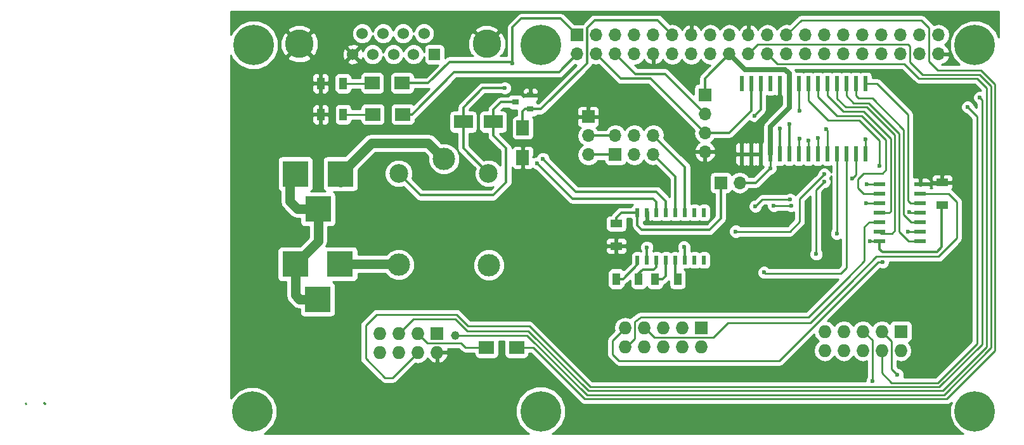
<source format=gbr>
G04 #@! TF.FileFunction,Copper,L1,Top,Signal*
%FSLAX46Y46*%
G04 Gerber Fmt 4.6, Leading zero omitted, Abs format (unit mm)*
G04 Created by KiCad (PCBNEW 4.0.7) date 09/04/18 15:15:37*
%MOMM*%
%LPD*%
G01*
G04 APERTURE LIST*
%ADD10C,0.100000*%
%ADD11R,0.508000X1.143000*%
%ADD12C,3.810000*%
%ADD13R,1.524000X1.524000*%
%ADD14C,1.524000*%
%ADD15R,0.600000X2.000000*%
%ADD16C,2.500000*%
%ADD17C,3.000000*%
%ADD18R,1.700000X1.700000*%
%ADD19O,1.700000X1.700000*%
%ADD20R,2.500000X1.800000*%
%ADD21R,1.727200X1.727200*%
%ADD22O,1.727200X1.727200*%
%ADD23R,3.500000X3.500000*%
%ADD24R,1.000000X1.600000*%
%ADD25R,1.600000X1.000000*%
%ADD26C,5.400000*%
%ADD27R,0.900000X0.800000*%
%ADD28R,2.000000X1.700000*%
%ADD29R,1.700000X2.000000*%
%ADD30R,1.500000X0.600000*%
%ADD31C,0.600000*%
%ADD32C,1.150000*%
%ADD33C,0.304800*%
%ADD34C,0.254000*%
%ADD35C,0.635000*%
%ADD36C,1.270000*%
G04 APERTURE END LIST*
D10*
D11*
X185851800Y-97231200D03*
X188391800Y-97231200D03*
X189661800Y-97231200D03*
X190931800Y-97231200D03*
X192201800Y-97231200D03*
X193471800Y-97231200D03*
X194741800Y-97231200D03*
X194741800Y-103581200D03*
X193471800Y-103581200D03*
X192201800Y-103581200D03*
X190931800Y-103581200D03*
X189661800Y-103581200D03*
X188391800Y-103581200D03*
X187121800Y-103581200D03*
X185851800Y-103581200D03*
X187121800Y-97231200D03*
D12*
X165735000Y-74676000D03*
X140716000Y-74676000D03*
D13*
X158750000Y-76073000D03*
D14*
X155956000Y-76073000D03*
X153289000Y-76073000D03*
X150495000Y-76073000D03*
X147828000Y-76073000D03*
X157353000Y-73279000D03*
X154559000Y-73279000D03*
X151892000Y-73279000D03*
X149098000Y-73279000D03*
D15*
X216281000Y-79996300D03*
X215011000Y-79996300D03*
X213741000Y-79996300D03*
X212471000Y-79996300D03*
X211201000Y-79996300D03*
X209931000Y-79996300D03*
X208661000Y-79996300D03*
X207391000Y-79996300D03*
X206121000Y-79996300D03*
X204851000Y-79996300D03*
X203581000Y-79996300D03*
X202311000Y-79996300D03*
X201041000Y-79996300D03*
X199771000Y-79996300D03*
X199771000Y-89396300D03*
X201041000Y-89396300D03*
X202311000Y-89396300D03*
X203581000Y-89396300D03*
X204851000Y-89396300D03*
X206121000Y-89396300D03*
X207391000Y-89396300D03*
X208661000Y-89396300D03*
X209931000Y-89396300D03*
X211201000Y-89396300D03*
X212471000Y-89396300D03*
X213741000Y-89396300D03*
X215011000Y-89396300D03*
X216281000Y-89396300D03*
D16*
X153970000Y-91993000D03*
D17*
X153970000Y-104193000D03*
X166020000Y-104243000D03*
D16*
X165970000Y-91993000D03*
D17*
X160020000Y-90043000D03*
D18*
X177825400Y-73482200D03*
D19*
X177825400Y-76022200D03*
X180365400Y-73482200D03*
X180365400Y-76022200D03*
X182905400Y-73482200D03*
X182905400Y-76022200D03*
X185445400Y-73482200D03*
X185445400Y-76022200D03*
X187985400Y-73482200D03*
X187985400Y-76022200D03*
X190525400Y-73482200D03*
X190525400Y-76022200D03*
X193065400Y-73482200D03*
X193065400Y-76022200D03*
X195605400Y-73482200D03*
X195605400Y-76022200D03*
X198145400Y-73482200D03*
X198145400Y-76022200D03*
X200685400Y-73482200D03*
X200685400Y-76022200D03*
X203225400Y-73482200D03*
X203225400Y-76022200D03*
X205765400Y-73482200D03*
X205765400Y-76022200D03*
X208305400Y-73482200D03*
X208305400Y-76022200D03*
X210845400Y-73482200D03*
X210845400Y-76022200D03*
X213385400Y-73482200D03*
X213385400Y-76022200D03*
X215925400Y-73482200D03*
X215925400Y-76022200D03*
X218465400Y-73482200D03*
X218465400Y-76022200D03*
X221005400Y-73482200D03*
X221005400Y-76022200D03*
X223545400Y-73482200D03*
X223545400Y-76022200D03*
X226085400Y-73482200D03*
X226085400Y-76022200D03*
D20*
X162592000Y-85090000D03*
X166592000Y-85090000D03*
D21*
X159105600Y-113385600D03*
D22*
X159105600Y-115925600D03*
X156565600Y-113385600D03*
X156565600Y-115925600D03*
X154025600Y-113385600D03*
X154025600Y-115925600D03*
X151485600Y-113385600D03*
X151485600Y-115925600D03*
D23*
X146151600Y-104114600D03*
X140151600Y-104114600D03*
X143151600Y-108814600D03*
D24*
X183031000Y-106095800D03*
X186031000Y-106095800D03*
D25*
X183032400Y-101703000D03*
X183032400Y-98703000D03*
D24*
X188212600Y-106121200D03*
X191212600Y-106121200D03*
D25*
X226542600Y-93191200D03*
X226542600Y-96191200D03*
D18*
X194868800Y-81462880D03*
D19*
X194868800Y-84002880D03*
X194868800Y-86542880D03*
X194868800Y-89082880D03*
D23*
X146202400Y-92049600D03*
X140202400Y-92049600D03*
X143202400Y-96749600D03*
D21*
X194360800Y-112674400D03*
D22*
X194360800Y-115214400D03*
X191820800Y-112674400D03*
X191820800Y-115214400D03*
X189280800Y-112674400D03*
X189280800Y-115214400D03*
X186740800Y-112674400D03*
X186740800Y-115214400D03*
X184200800Y-112674400D03*
X184200800Y-115214400D03*
D21*
X221030800Y-113131600D03*
D22*
X221030800Y-115671600D03*
X218490800Y-113131600D03*
X218490800Y-115671600D03*
X215950800Y-113131600D03*
X215950800Y-115671600D03*
X213410800Y-113131600D03*
X213410800Y-115671600D03*
X210870800Y-113131600D03*
X210870800Y-115671600D03*
D26*
X172923200Y-123799600D03*
X230911400Y-123799600D03*
X134429500Y-123825000D03*
X230911400Y-74803000D03*
X134594600Y-74803000D03*
X172923200Y-74803000D03*
D27*
X171561000Y-83398400D03*
X171561000Y-81498400D03*
X169561000Y-82448400D03*
D28*
X154514300Y-84086700D03*
X150514300Y-84086700D03*
X154438100Y-79895700D03*
X150438100Y-79895700D03*
D29*
X170535600Y-85884000D03*
X170535600Y-89884000D03*
D30*
X223603800Y-101053900D03*
X223603800Y-99783900D03*
X223603800Y-98513900D03*
X223603800Y-97243900D03*
X223603800Y-95973900D03*
X223603800Y-94703900D03*
X223603800Y-93433900D03*
X218203800Y-93433900D03*
X218203800Y-94703900D03*
X218203800Y-95973900D03*
X218203800Y-97243900D03*
X218203800Y-98513900D03*
X218203800Y-99783900D03*
X218203800Y-101053900D03*
D24*
X143559400Y-84112100D03*
X146559400Y-84112100D03*
X143546700Y-79946500D03*
X146546700Y-79946500D03*
D18*
X196977000Y-93243400D03*
D19*
X199517000Y-93243400D03*
D28*
X165716200Y-115265200D03*
X169716200Y-115265200D03*
D18*
X179298600Y-84404200D03*
D19*
X179298600Y-86944200D03*
X179298600Y-89484200D03*
D18*
X182905400Y-89458800D03*
D19*
X182905400Y-86918800D03*
X185445400Y-89458800D03*
X185445400Y-86918800D03*
X187985400Y-89458800D03*
X187985400Y-86918800D03*
D31*
X204851000Y-82105500D03*
X197688200Y-105130600D03*
X207645000Y-101322000D03*
X220853000Y-80645000D03*
X187109100Y-101866700D03*
X192062100Y-101841300D03*
X203593700Y-91325700D03*
X216890600Y-101041200D03*
X168148000Y-80568800D03*
X169189400Y-77241400D03*
X201472800Y-84277200D03*
X206123540Y-85369400D03*
X204851000Y-85979000D03*
X217220800Y-119786400D03*
D32*
X161493200Y-113639600D03*
D31*
X231546400Y-81838800D03*
X173228000Y-90017600D03*
X172440600Y-90627200D03*
X207543400Y-87376000D03*
X208661000Y-87553800D03*
X209956400Y-87274400D03*
X220573600Y-118948200D03*
X211099400Y-86106000D03*
X229946200Y-83108800D03*
X210794600Y-92100400D03*
X218160600Y-90982800D03*
X198983600Y-99745800D03*
X201599800Y-96380300D03*
X206222600Y-95465900D03*
X207492600Y-83604100D03*
X212471000Y-100025200D03*
X202780900Y-105232200D03*
X209727800Y-102781100D03*
X214503000Y-92710000D03*
X210769200Y-93116400D03*
X216281000Y-87439500D03*
X206375000Y-96316800D03*
X204063600Y-96316800D03*
X222123000Y-97142300D03*
X218592400Y-103873300D03*
X221945200Y-99783900D03*
X216484200Y-93421200D03*
X216433400Y-95986600D03*
D33*
X106767150Y-122832650D02*
X106660950Y-122726450D01*
D34*
X104167150Y-122772650D02*
X104120950Y-122726450D01*
D33*
X183031000Y-106095800D02*
X183946800Y-106095800D01*
X185851800Y-104190800D02*
X185851800Y-103581200D01*
X183946800Y-106095800D02*
X185851800Y-104190800D01*
X186031000Y-106095800D02*
X186031000Y-105357800D01*
X186031000Y-105357800D02*
X186563000Y-104825800D01*
X186563000Y-104825800D02*
X188061600Y-104825800D01*
X188061600Y-104825800D02*
X188391800Y-104495600D01*
X188391800Y-104495600D02*
X188391800Y-103581200D01*
X202311000Y-89396300D02*
X202311000Y-87630000D01*
X201922248Y-87241248D02*
X200977500Y-87241248D01*
X202311000Y-87630000D02*
X201922248Y-87241248D01*
X199771000Y-87757000D02*
X200286752Y-87241248D01*
X200977500Y-87241248D02*
X200286752Y-87241248D01*
X199771000Y-87757000D02*
X199771000Y-89396300D01*
X201041000Y-87241248D02*
X201041000Y-85915500D01*
X201041000Y-85915500D02*
X204851000Y-82105500D01*
X223603800Y-93433900D02*
X226299900Y-93433900D01*
X226299900Y-93433900D02*
X226542600Y-93191200D01*
X200977500Y-87241248D02*
X201041000Y-87241248D01*
X201041000Y-89396300D02*
X201041000Y-87241248D01*
X204851000Y-82105500D02*
X204851000Y-79996300D01*
X143546700Y-84099400D02*
X143559400Y-84112100D01*
X185851800Y-97231200D02*
X185851800Y-98933000D01*
X196977000Y-98005900D02*
X196977000Y-93243400D01*
X195453000Y-99529900D02*
X196977000Y-98005900D01*
X186448700Y-99529900D02*
X195453000Y-99529900D01*
X185851800Y-98933000D02*
X186448700Y-99529900D01*
X183032400Y-98703000D02*
X183032400Y-97891600D01*
X183692800Y-97231200D02*
X185851800Y-97231200D01*
X183032400Y-97891600D02*
X183692800Y-97231200D01*
X188212600Y-106121200D02*
X189255400Y-106121200D01*
X189661800Y-105714800D02*
X189661800Y-103581200D01*
X189255400Y-106121200D02*
X189661800Y-105714800D01*
X190931800Y-103581200D02*
X190931800Y-105840400D01*
X190931800Y-105840400D02*
X191212600Y-106121200D01*
X187121800Y-101879400D02*
X187121800Y-103581200D01*
X187109100Y-101866700D02*
X187121800Y-101879400D01*
X192201800Y-101981000D02*
X192201800Y-103581200D01*
X192062100Y-101841300D02*
X192201800Y-101981000D01*
X161391600Y-78460600D02*
X175387000Y-78460600D01*
X175387000Y-78460600D02*
X177825400Y-76022200D01*
X154514300Y-84086700D02*
X155765500Y-84086700D01*
X155765500Y-84086700D02*
X161391600Y-78460600D01*
X194868800Y-81462880D02*
X194868800Y-79298800D01*
X194868800Y-79298800D02*
X198145400Y-76022200D01*
D35*
X198145400Y-76022200D02*
X200202800Y-78079600D01*
X206121000Y-78638400D02*
X205562200Y-78079600D01*
X206121000Y-78638400D02*
X206121000Y-79996300D01*
X200202800Y-78079600D02*
X205562200Y-78079600D01*
D33*
X199517000Y-93243400D02*
X201676000Y-93243400D01*
X201676000Y-93243400D02*
X203593700Y-91325700D01*
D34*
X203581000Y-91313000D02*
X203593700Y-91325700D01*
X216890600Y-101041200D02*
X216890600Y-101053900D01*
X216890600Y-101053900D02*
X216877900Y-101041200D01*
X218203800Y-101053900D02*
X216890600Y-101053900D01*
D33*
X226466400Y-97688400D02*
X226466400Y-96267400D01*
D34*
X226466400Y-96267400D02*
X226542600Y-96191200D01*
D33*
X218203800Y-101053900D02*
X218203800Y-102125800D01*
X218203800Y-102125800D02*
X218554300Y-102476300D01*
X218554300Y-102476300D02*
X225844100Y-102476300D01*
X225844100Y-102476300D02*
X226466400Y-101854000D01*
X226466400Y-101854000D02*
X226466400Y-97688400D01*
X226466400Y-97688400D02*
X226466400Y-97612200D01*
D35*
X203581000Y-87553800D02*
X203581000Y-85725000D01*
X203581000Y-89396300D02*
X203581000Y-87553800D01*
X206121000Y-81813400D02*
X206121000Y-79996300D01*
X206121000Y-83185000D02*
X206121000Y-81813400D01*
X203581000Y-85725000D02*
X206121000Y-83185000D01*
D34*
X203581000Y-89396300D02*
X203581000Y-91313000D01*
D33*
X177825400Y-73482200D02*
X175615600Y-71272400D01*
X170370500Y-71272400D02*
X169926000Y-71716900D01*
X175615600Y-71272400D02*
X170370500Y-71272400D01*
X169926000Y-71716900D02*
X169164000Y-72478900D01*
X162592000Y-83153000D02*
X162592000Y-85090000D01*
X165176200Y-80568800D02*
X162592000Y-83153000D01*
X168148000Y-80568800D02*
X165176200Y-80568800D01*
X162592000Y-85090000D02*
X162592000Y-88615000D01*
X162592000Y-88615000D02*
X165970000Y-91993000D01*
X169164000Y-77216000D02*
X169189400Y-77241400D01*
X169024300Y-77076300D02*
X169164000Y-77216000D01*
X169164000Y-72478900D02*
X169164000Y-77216000D01*
X160743900Y-77076300D02*
X169024300Y-77076300D01*
X154438100Y-79895700D02*
X157924500Y-79895700D01*
X157924500Y-79895700D02*
X160743900Y-77076300D01*
X169561000Y-82448400D02*
X167614600Y-82448400D01*
X166592000Y-83471000D02*
X166592000Y-85090000D01*
X167614600Y-82448400D02*
X166592000Y-83471000D01*
X153970000Y-91993000D02*
X156871400Y-94894400D01*
X166592000Y-86912200D02*
X166592000Y-85090000D01*
X168325800Y-88646000D02*
X166592000Y-86912200D01*
X168325800Y-93141800D02*
X168325800Y-88646000D01*
X166573200Y-94894400D02*
X168325800Y-93141800D01*
X156871400Y-94894400D02*
X166573200Y-94894400D01*
X180365400Y-76022200D02*
X183642000Y-79298800D01*
X187624720Y-79298800D02*
X194868800Y-86542880D01*
X187528200Y-79298800D02*
X187624720Y-79298800D01*
X183642000Y-79298800D02*
X187528200Y-79298800D01*
X194868800Y-86542880D02*
X198125080Y-86542880D01*
X201041000Y-83626960D02*
X201041000Y-79996300D01*
X198125080Y-86542880D02*
X201041000Y-83626960D01*
X182905400Y-76022200D02*
X185547000Y-78663800D01*
X189529720Y-78663800D02*
X194868800Y-84002880D01*
X185547000Y-78663800D02*
X189529720Y-78663800D01*
X202311000Y-79996300D02*
X202311000Y-83439000D01*
X202311000Y-83439000D02*
X201472800Y-84277200D01*
X206121000Y-85369400D02*
X206121000Y-89396300D01*
X204851000Y-85979000D02*
X204851000Y-89396300D01*
X171561000Y-83398400D02*
X170809880Y-83398400D01*
X170535600Y-83672680D02*
X170535600Y-85884000D01*
X170809880Y-83398400D02*
X170535600Y-83672680D01*
X190525400Y-73482200D02*
X188549280Y-71506080D01*
X172943480Y-83398400D02*
X171561000Y-83398400D01*
X179097940Y-77243940D02*
X172943480Y-83398400D01*
X179097940Y-72544940D02*
X179097940Y-77243940D01*
X180136800Y-71506080D02*
X179097940Y-72544940D01*
X188549280Y-71506080D02*
X180136800Y-71506080D01*
X170535600Y-85884000D02*
X170535600Y-85293200D01*
D34*
X217220800Y-114300000D02*
X216052400Y-113131600D01*
X217220800Y-119786400D02*
X217220800Y-114300000D01*
X216052400Y-113131600D02*
X215950800Y-113131600D01*
X222250000Y-77063600D02*
X222250000Y-74980800D01*
X222250000Y-77063600D02*
X223951800Y-78765400D01*
X223951800Y-78765400D02*
X231520998Y-78765400D01*
X231520998Y-78765400D02*
X233095798Y-80340200D01*
X233095798Y-80340200D02*
X233095798Y-115316000D01*
X233095798Y-115316000D02*
X226771198Y-121640600D01*
X226745800Y-121665998D02*
X226771198Y-121640600D01*
X179120798Y-121665998D02*
X226745800Y-121665998D01*
X222250000Y-74980800D02*
X222021400Y-74752200D01*
X222021400Y-74752200D02*
X201955400Y-74752200D01*
X201955400Y-74752200D02*
X200685400Y-76022200D01*
X222250000Y-74955400D02*
X222250000Y-74980800D01*
X171094400Y-113639600D02*
X179120798Y-121665998D01*
X168554400Y-113639600D02*
X171094400Y-113639600D01*
X168579800Y-113639600D02*
X168554400Y-113639600D01*
X168554400Y-113639600D02*
X161493200Y-113639600D01*
X221488000Y-77368400D02*
X216839800Y-77368400D01*
X216839800Y-77368400D02*
X216763600Y-77368400D01*
X216763600Y-77368400D02*
X204571600Y-77368400D01*
X203225400Y-76022200D02*
X204571600Y-77368400D01*
X231190800Y-79298800D02*
X223418400Y-79298800D01*
X223418400Y-79298800D02*
X221488000Y-77368400D01*
X232486200Y-115207174D02*
X232486200Y-80594200D01*
X232486200Y-80594200D02*
X231190800Y-79298800D01*
X226636974Y-121056400D02*
X232486200Y-115207174D01*
X179273200Y-121056400D02*
X226636974Y-121056400D01*
X171297600Y-113080800D02*
X179273200Y-121056400D01*
X168757600Y-113080800D02*
X171297600Y-113080800D01*
X163144200Y-113080800D02*
X168757600Y-113080800D01*
X155956000Y-111455200D02*
X161518600Y-111455200D01*
X161518600Y-111455200D02*
X163144200Y-113080800D01*
X155956000Y-111455200D02*
X154025600Y-113385600D01*
X226136202Y-120548398D02*
X179527198Y-120548398D01*
X156565600Y-115925600D02*
X153187400Y-119303800D01*
X152120600Y-119303800D02*
X153187400Y-119303800D01*
X149555200Y-116738400D02*
X152120600Y-119303800D01*
X149555200Y-112318800D02*
X149555200Y-116738400D01*
X151028400Y-110845600D02*
X149555200Y-112318800D01*
X161671000Y-110845600D02*
X151028400Y-110845600D01*
X163245800Y-112420400D02*
X161671000Y-110845600D01*
X168859200Y-112420400D02*
X163245800Y-112420400D01*
X231856675Y-114827925D02*
X226136202Y-120548398D01*
X231856675Y-82149075D02*
X231856675Y-114827925D01*
X231546400Y-81838800D02*
X231856675Y-82149075D01*
X171399200Y-112420400D02*
X168859200Y-112420400D01*
X179527198Y-120548398D02*
X171399200Y-112420400D01*
X224815400Y-72542400D02*
X224815400Y-77038200D01*
X223774000Y-71501000D02*
X224815400Y-72542400D01*
X205765400Y-73482200D02*
X207746600Y-71501000D01*
X207924400Y-71501000D02*
X223774000Y-71501000D01*
X207924400Y-71501000D02*
X207746600Y-71501000D01*
X224815400Y-77038200D02*
X225983800Y-78206600D01*
X225983800Y-78206600D02*
X231749600Y-78206600D01*
X231749600Y-78206600D02*
X233603800Y-80060800D01*
X233603800Y-80060800D02*
X233603800Y-115722400D01*
X169716200Y-115265200D02*
X171907200Y-115265200D01*
X171907200Y-115265200D02*
X178816000Y-122174000D01*
X178816000Y-122174000D02*
X227152200Y-122174000D01*
X233603800Y-115722400D02*
X227152200Y-122174000D01*
D33*
X189661800Y-95732600D02*
X189661800Y-97231200D01*
X188366400Y-94437200D02*
X189661800Y-95732600D01*
X177647600Y-94437200D02*
X188366400Y-94437200D01*
X173228000Y-90017600D02*
X177647600Y-94437200D01*
X188391800Y-97231200D02*
X188391800Y-95808800D01*
X177165000Y-95351600D02*
X172440600Y-90627200D01*
X187934600Y-95351600D02*
X177165000Y-95351600D01*
X188391800Y-95808800D02*
X187934600Y-95351600D01*
D36*
X146202400Y-92049600D02*
X150317200Y-87934800D01*
X157911800Y-87934800D02*
X160020000Y-90043000D01*
X150317200Y-87934800D02*
X157911800Y-87934800D01*
X146202400Y-92049600D02*
X146202400Y-93218000D01*
X140151600Y-104114600D02*
X140151600Y-108260400D01*
X140705800Y-108814600D02*
X143151600Y-108814600D01*
X140151600Y-108260400D02*
X140705800Y-108814600D01*
X140437600Y-96749600D02*
X139446000Y-95758000D01*
X139446000Y-95758000D02*
X139446000Y-92806000D01*
X143202400Y-96749600D02*
X140437600Y-96749600D01*
X139446000Y-92806000D02*
X140202400Y-92049600D01*
X143202400Y-96749600D02*
X143202400Y-101063800D01*
X143202400Y-101063800D02*
X140151600Y-104114600D01*
X146151600Y-104114600D02*
X153891600Y-104114600D01*
X153891600Y-104114600D02*
X153970000Y-104193000D01*
X146151600Y-104114600D02*
X146862800Y-104114600D01*
D34*
X207391000Y-89396300D02*
X207391000Y-87528400D01*
X207391000Y-87528400D02*
X207543400Y-87376000D01*
X208661000Y-89396300D02*
X208661000Y-87553800D01*
X218490800Y-113131600D02*
X219760800Y-114401600D01*
X209931000Y-87299800D02*
X209931000Y-89396300D01*
X209956400Y-87274400D02*
X209931000Y-87299800D01*
X219760800Y-118135400D02*
X220573600Y-118948200D01*
X219760800Y-114401600D02*
X219760800Y-118135400D01*
X209931000Y-89396300D02*
X209905600Y-89370900D01*
X231212588Y-114753588D02*
X231212588Y-84375188D01*
X211201000Y-86207600D02*
X211201000Y-89396300D01*
X211099400Y-86106000D02*
X211201000Y-86207600D01*
X231212588Y-84375188D02*
X229946200Y-83108800D01*
X218490800Y-115671600D02*
X218490800Y-118694200D01*
X225967488Y-119998688D02*
X231212588Y-114753588D01*
X231212588Y-114753588D02*
X231216200Y-114749976D01*
X219795288Y-119998688D02*
X225967488Y-119998688D01*
X218490800Y-118694200D02*
X219795288Y-119998688D01*
X211074000Y-89269300D02*
X211201000Y-89396300D01*
X216281000Y-79996300D02*
X217867500Y-79996300D01*
X222326200Y-95973900D02*
X223603800Y-95973900D01*
X221996000Y-95643700D02*
X222326200Y-95973900D01*
X221996000Y-86398100D02*
X221996000Y-95643700D01*
X221996000Y-86398100D02*
X221996000Y-85711300D01*
X221996000Y-84124800D02*
X221996000Y-85711300D01*
X217867500Y-79996300D02*
X221996000Y-84124800D01*
X215011000Y-79996300D02*
X215011000Y-81559400D01*
X221411800Y-86779100D02*
X221411800Y-97497900D01*
X221411800Y-97497900D02*
X222427800Y-98513900D01*
X222427800Y-98513900D02*
X223603800Y-98513900D01*
X221411800Y-86144100D02*
X221411800Y-86779100D01*
X217220800Y-81953100D02*
X221411800Y-86144100D01*
X216027000Y-81953100D02*
X217220800Y-81953100D01*
X215404700Y-81953100D02*
X216027000Y-81953100D01*
X215011000Y-81559400D02*
X215404700Y-81953100D01*
X215468200Y-82562700D02*
X214718900Y-82562700D01*
X213741000Y-81584800D02*
X213741000Y-79996300D01*
X214718900Y-82562700D02*
X213741000Y-81584800D01*
X215417574Y-82562700D02*
X215468200Y-82562700D01*
X215468200Y-82562700D02*
X216712800Y-82562700D01*
X216712800Y-82562700D02*
X220827600Y-86677500D01*
X220827600Y-86677500D02*
X220827600Y-99783900D01*
X220827600Y-99783900D02*
X222097600Y-101053900D01*
X222097600Y-101053900D02*
X223603800Y-101053900D01*
X214807800Y-83146900D02*
X213652100Y-83146900D01*
X212471000Y-81965800D02*
X212471000Y-79996300D01*
X213652100Y-83146900D02*
X212471000Y-81965800D01*
X218203800Y-99783900D02*
X218432400Y-100012500D01*
X218432400Y-100012500D02*
X219862400Y-100012500D01*
X219862400Y-100012500D02*
X220218000Y-99656900D01*
X220218000Y-87464900D02*
X220218000Y-99656900D01*
X220218000Y-86858166D02*
X220218000Y-87464900D01*
X216506734Y-83146900D02*
X220218000Y-86858166D01*
X214782400Y-83146900D02*
X214807800Y-83146900D01*
X214807800Y-83146900D02*
X216506734Y-83146900D01*
X211201000Y-79996300D02*
X211201000Y-81610200D01*
X219659198Y-87312498D02*
X216077800Y-83731100D01*
X216077800Y-83731100D02*
X214122000Y-83731100D01*
X219659198Y-87312498D02*
X219659198Y-88049100D01*
X213321900Y-83731100D02*
X214122000Y-83731100D01*
X211201000Y-81610200D02*
X213321900Y-83731100D01*
D33*
X211201000Y-80810100D02*
X211201000Y-79996300D01*
D34*
X219659198Y-88049100D02*
X219659198Y-97066102D01*
X219481400Y-97243900D02*
X218203800Y-97243900D01*
X219659198Y-97066102D02*
X219481400Y-97243900D01*
X209931000Y-79996300D02*
X209931000Y-81788000D01*
X212471000Y-84328000D02*
X215811100Y-84328000D01*
X209931000Y-81788000D02*
X212471000Y-84328000D01*
X215252300Y-93941900D02*
X216014300Y-94703900D01*
X215252300Y-92735400D02*
X215252300Y-93941900D01*
X216027000Y-91960700D02*
X215252300Y-92735400D01*
X219049600Y-88785700D02*
X219049600Y-87566500D01*
X219049600Y-88785700D02*
X219049600Y-91528900D01*
X215811100Y-84328000D02*
X219024200Y-87541100D01*
X219049600Y-91528900D02*
X218617800Y-91960700D01*
X218617800Y-91960700D02*
X216560400Y-91960700D01*
X216560400Y-91960700D02*
X216027000Y-91960700D01*
X216014300Y-94703900D02*
X218203800Y-94703900D01*
X215798400Y-84315300D02*
X215811100Y-84328000D01*
X209931000Y-79996300D02*
X209931000Y-80848200D01*
X218160600Y-90982800D02*
X218160600Y-87591900D01*
X207543400Y-95351600D02*
X210794600Y-92100400D01*
X207543400Y-98399600D02*
X207543400Y-95351600D01*
X206197200Y-99745800D02*
X207543400Y-98399600D01*
X198983600Y-99745800D02*
X206197200Y-99745800D01*
X208661000Y-79996300D02*
X208661000Y-82219800D01*
X212166200Y-84886800D02*
X215455500Y-84886800D01*
X211328000Y-84886800D02*
X212166200Y-84886800D01*
X208661000Y-82219800D02*
X211328000Y-84886800D01*
D33*
X208661000Y-79996300D02*
X208661000Y-80632300D01*
D34*
X215455500Y-84886800D02*
X218141550Y-87572850D01*
X201599800Y-96380300D02*
X202514200Y-95465900D01*
X202514200Y-95465900D02*
X206222600Y-95465900D01*
X207492600Y-83604100D02*
X207391000Y-83502500D01*
X207391000Y-79996300D02*
X207391000Y-83502500D01*
X212471000Y-100025200D02*
X212471000Y-99961700D01*
X212471000Y-89396300D02*
X212471000Y-98920300D01*
X212471000Y-99961700D02*
X212471000Y-98920300D01*
X212471000Y-100050600D02*
X212471000Y-99961700D01*
X202895200Y-105346500D02*
X213017100Y-105346500D01*
X202780900Y-105232200D02*
X202895200Y-105346500D01*
X213017100Y-105346500D02*
X213741000Y-104622600D01*
X213741000Y-104622600D02*
X213741000Y-89396300D01*
X215011000Y-92202000D02*
X214503000Y-92710000D01*
X215011000Y-89396300D02*
X215011000Y-92202000D01*
X209727800Y-94157800D02*
X210769200Y-93116400D01*
X209727800Y-102781100D02*
X209727800Y-94157800D01*
X216281000Y-87439500D02*
X216281000Y-89396300D01*
X204063600Y-96316800D02*
X206375000Y-96316800D01*
X146559400Y-84112100D02*
X150781000Y-84112100D01*
X146546700Y-79946500D02*
X150476200Y-79946500D01*
X162280600Y-114655600D02*
X162890200Y-115265200D01*
X162890200Y-115265200D02*
X165716200Y-115265200D01*
X157835600Y-114655600D02*
X162280600Y-114655600D01*
X156565600Y-113385600D02*
X157835600Y-114655600D01*
X225298000Y-94703900D02*
X227418900Y-94703900D01*
X228498400Y-100672900D02*
X226060000Y-103111300D01*
X228498400Y-95783400D02*
X228498400Y-100672900D01*
X227418900Y-94703900D02*
X228498400Y-95783400D01*
X214172800Y-106692700D02*
X217754200Y-103111300D01*
X208902300Y-111963200D02*
X214172800Y-106692700D01*
X195973700Y-113931700D02*
X188074300Y-113931700D01*
X197942200Y-111963200D02*
X207441800Y-111963200D01*
X195973700Y-113931700D02*
X197942200Y-111963200D01*
X207441800Y-111963200D02*
X208902300Y-111963200D01*
X217754200Y-103111300D02*
X226060000Y-103111300D01*
X223603800Y-94703900D02*
X225298000Y-94703900D01*
X225298000Y-94703900D02*
X225348800Y-94703900D01*
X186740800Y-112674400D02*
X186817000Y-112674400D01*
X186817000Y-112674400D02*
X188074300Y-113931700D01*
X188074300Y-113931700D02*
X188087000Y-113944400D01*
X222224600Y-97243900D02*
X223603800Y-97243900D01*
X222123000Y-97142300D02*
X222224600Y-97243900D01*
X184200800Y-112674400D02*
X182562500Y-114312700D01*
X182562500Y-116205000D02*
X183400700Y-117043200D01*
X182562500Y-114312700D02*
X182562500Y-116205000D01*
X214884000Y-106984800D02*
X217995500Y-103873300D01*
X217995500Y-103873300D02*
X218592400Y-103873300D01*
X204825600Y-117043200D02*
X214884000Y-106984800D01*
X183400700Y-117043200D02*
X204825600Y-117043200D01*
X223603800Y-99783900D02*
X221945200Y-99783900D01*
X184200800Y-112674400D02*
X184200800Y-112750600D01*
X216166700Y-99123500D02*
X216166700Y-103416100D01*
X216776300Y-98513900D02*
X216166700Y-99123500D01*
X218203800Y-98513900D02*
X216776300Y-98513900D01*
X216166700Y-103682800D02*
X216166700Y-103416100D01*
X216166700Y-103682800D02*
X213912450Y-105937050D01*
X207187800Y-111201200D02*
X208648300Y-111201200D01*
X208648300Y-111201200D02*
X213912450Y-105937050D01*
X213912450Y-105937050D02*
X213918800Y-105930700D01*
X185470800Y-114122200D02*
X184378600Y-115214400D01*
X185470800Y-114122200D02*
X185470800Y-111772700D01*
X185470800Y-111772700D02*
X186309000Y-111201200D01*
X186309000Y-111201200D02*
X207187800Y-111201200D01*
X184200800Y-115214400D02*
X184378600Y-115214400D01*
X216496900Y-93433900D02*
X216484200Y-93421200D01*
X216496900Y-93433900D02*
X218203800Y-93433900D01*
X216433400Y-95986600D02*
X216446100Y-95973900D01*
X216446100Y-95973900D02*
X218203800Y-95973900D01*
X218203800Y-95973900D02*
X218127600Y-96050100D01*
D33*
X179298600Y-89484200D02*
X182880000Y-89484200D01*
X182880000Y-89484200D02*
X182905400Y-89458800D01*
X179298600Y-86944200D02*
X182880000Y-86944200D01*
X182880000Y-86944200D02*
X182905400Y-86918800D01*
X187985400Y-89458800D02*
X190931800Y-92405200D01*
X190931800Y-92405200D02*
X190931800Y-97231200D01*
X187985400Y-86918800D02*
X192201800Y-91135200D01*
X192201800Y-91135200D02*
X192201800Y-97231200D01*
D34*
G36*
X234088000Y-73757782D02*
X233740324Y-72916342D01*
X232802993Y-71977373D01*
X231577683Y-71468580D01*
X230250938Y-71467422D01*
X229024742Y-71974076D01*
X228085773Y-72911407D01*
X227576980Y-74136717D01*
X227575822Y-75463462D01*
X228082476Y-76689658D01*
X228836101Y-77444600D01*
X226488346Y-77444600D01*
X226852324Y-77293845D01*
X227280583Y-76903558D01*
X227526886Y-76379092D01*
X227406219Y-76149200D01*
X226212400Y-76149200D01*
X226212400Y-76169200D01*
X225958400Y-76169200D01*
X225958400Y-76149200D01*
X225938400Y-76149200D01*
X225938400Y-75895200D01*
X225958400Y-75895200D01*
X225958400Y-75875200D01*
X226212400Y-75875200D01*
X226212400Y-75895200D01*
X227406219Y-75895200D01*
X227526886Y-75665308D01*
X227280583Y-75140842D01*
X226852324Y-74750555D01*
X226852299Y-74750545D01*
X227135454Y-74561347D01*
X227457361Y-74079578D01*
X227570400Y-73511293D01*
X227570400Y-73453107D01*
X227457361Y-72884822D01*
X227135454Y-72403053D01*
X226653685Y-72081146D01*
X226085400Y-71968107D01*
X225517115Y-72081146D01*
X225440324Y-72132456D01*
X225354215Y-72003585D01*
X224312815Y-70962185D01*
X224293537Y-70949304D01*
X224065605Y-70797004D01*
X223774000Y-70739000D01*
X207746600Y-70739000D01*
X207454995Y-70797004D01*
X207227063Y-70949304D01*
X207207785Y-70962185D01*
X206129449Y-72040521D01*
X205765400Y-71968107D01*
X205197115Y-72081146D01*
X204715346Y-72403053D01*
X204495400Y-72732226D01*
X204275454Y-72403053D01*
X203793685Y-72081146D01*
X203225400Y-71968107D01*
X202657115Y-72081146D01*
X202175346Y-72403053D01*
X201947698Y-72743753D01*
X201880583Y-72600842D01*
X201452324Y-72210555D01*
X201042290Y-72040724D01*
X200812400Y-72162045D01*
X200812400Y-73355200D01*
X200832400Y-73355200D01*
X200832400Y-73609200D01*
X200812400Y-73609200D01*
X200812400Y-73629200D01*
X200558400Y-73629200D01*
X200558400Y-73609200D01*
X200538400Y-73609200D01*
X200538400Y-73355200D01*
X200558400Y-73355200D01*
X200558400Y-72162045D01*
X200328510Y-72040724D01*
X199918476Y-72210555D01*
X199490217Y-72600842D01*
X199423102Y-72743753D01*
X199195454Y-72403053D01*
X198713685Y-72081146D01*
X198145400Y-71968107D01*
X197577115Y-72081146D01*
X197095346Y-72403053D01*
X196875400Y-72732226D01*
X196655454Y-72403053D01*
X196173685Y-72081146D01*
X195605400Y-71968107D01*
X195037115Y-72081146D01*
X194555346Y-72403053D01*
X194327698Y-72743753D01*
X194260583Y-72600842D01*
X193832324Y-72210555D01*
X193422290Y-72040724D01*
X193192400Y-72162045D01*
X193192400Y-73355200D01*
X193212400Y-73355200D01*
X193212400Y-73609200D01*
X193192400Y-73609200D01*
X193192400Y-73629200D01*
X192938400Y-73629200D01*
X192938400Y-73609200D01*
X192918400Y-73609200D01*
X192918400Y-73355200D01*
X192938400Y-73355200D01*
X192938400Y-72162045D01*
X192708510Y-72040724D01*
X192298476Y-72210555D01*
X191870217Y-72600842D01*
X191803102Y-72743753D01*
X191575454Y-72403053D01*
X191093685Y-72081146D01*
X190525400Y-71968107D01*
X190191313Y-72034561D01*
X189106056Y-70949304D01*
X188850605Y-70778617D01*
X188549280Y-70718680D01*
X180136800Y-70718680D01*
X179835475Y-70778617D01*
X179580024Y-70949304D01*
X178544568Y-71984760D01*
X177441512Y-71984760D01*
X176172376Y-70715624D01*
X175916925Y-70544937D01*
X175615600Y-70485000D01*
X170370500Y-70485000D01*
X170069175Y-70544937D01*
X169813724Y-70715624D01*
X168607224Y-71922124D01*
X168436537Y-72177575D01*
X168376600Y-72478900D01*
X168376600Y-76288900D01*
X167565478Y-76288900D01*
X167902289Y-76093647D01*
X168279824Y-75156350D01*
X168269933Y-74145923D01*
X167902289Y-73258353D01*
X167541440Y-73049165D01*
X165914605Y-74676000D01*
X165928748Y-74690143D01*
X165749143Y-74869748D01*
X165735000Y-74855605D01*
X165720858Y-74869748D01*
X165541253Y-74690143D01*
X165555395Y-74676000D01*
X163928560Y-73049165D01*
X163567711Y-73258353D01*
X163190176Y-74195650D01*
X163200067Y-75206077D01*
X163567711Y-76093647D01*
X163904522Y-76288900D01*
X160743900Y-76288900D01*
X160442575Y-76348837D01*
X160187124Y-76519524D01*
X160159440Y-76547208D01*
X160159440Y-75311000D01*
X160115162Y-75075683D01*
X159976090Y-74859559D01*
X159763890Y-74714569D01*
X159512000Y-74663560D01*
X157988000Y-74663560D01*
X157752683Y-74707838D01*
X157536559Y-74846910D01*
X157391569Y-75059110D01*
X157340560Y-75311000D01*
X157340560Y-75765646D01*
X157141010Y-75282697D01*
X156748370Y-74889371D01*
X156235100Y-74676243D01*
X155679339Y-74675758D01*
X155165697Y-74887990D01*
X154772371Y-75280630D01*
X154622394Y-75641815D01*
X154474010Y-75282697D01*
X154081370Y-74889371D01*
X153568100Y-74676243D01*
X153012339Y-74675758D01*
X152498697Y-74887990D01*
X152105371Y-75280630D01*
X151892243Y-75793900D01*
X151892241Y-75796336D01*
X151680010Y-75282697D01*
X151287370Y-74889371D01*
X150774100Y-74676243D01*
X150218339Y-74675758D01*
X149704697Y-74887990D01*
X149311371Y-75280630D01*
X149168027Y-75625841D01*
X149050397Y-75341857D01*
X148808213Y-75272392D01*
X148007605Y-76073000D01*
X148808213Y-76873608D01*
X149050397Y-76804143D01*
X149159355Y-76498738D01*
X149309990Y-76863303D01*
X149702630Y-77256629D01*
X150215900Y-77469757D01*
X150771661Y-77470242D01*
X151285303Y-77258010D01*
X151678629Y-76865370D01*
X151891757Y-76352100D01*
X151891759Y-76349664D01*
X152103990Y-76863303D01*
X152496630Y-77256629D01*
X153009900Y-77469757D01*
X153565661Y-77470242D01*
X154079303Y-77258010D01*
X154472629Y-76865370D01*
X154622606Y-76504185D01*
X154770990Y-76863303D01*
X155163630Y-77256629D01*
X155676900Y-77469757D01*
X156232661Y-77470242D01*
X156746303Y-77258010D01*
X157139629Y-76865370D01*
X157340560Y-76381474D01*
X157340560Y-76835000D01*
X157384838Y-77070317D01*
X157523910Y-77286441D01*
X157736110Y-77431431D01*
X157988000Y-77482440D01*
X159224208Y-77482440D01*
X157598348Y-79108300D01*
X156085540Y-79108300D01*
X156085540Y-79045700D01*
X156041262Y-78810383D01*
X155902190Y-78594259D01*
X155689990Y-78449269D01*
X155438100Y-78398260D01*
X153438100Y-78398260D01*
X153202783Y-78442538D01*
X152986659Y-78581610D01*
X152841669Y-78793810D01*
X152790660Y-79045700D01*
X152790660Y-80745700D01*
X152834938Y-80981017D01*
X152974010Y-81197141D01*
X153186210Y-81342131D01*
X153438100Y-81393140D01*
X155438100Y-81393140D01*
X155673417Y-81348862D01*
X155889541Y-81209790D01*
X156034531Y-80997590D01*
X156085540Y-80745700D01*
X156085540Y-80683100D01*
X157924500Y-80683100D01*
X158088087Y-80650561D01*
X155963537Y-82775111D01*
X155766190Y-82640269D01*
X155514300Y-82589260D01*
X153514300Y-82589260D01*
X153278983Y-82633538D01*
X153062859Y-82772610D01*
X152917869Y-82984810D01*
X152866860Y-83236700D01*
X152866860Y-84936700D01*
X152911138Y-85172017D01*
X153050210Y-85388141D01*
X153262410Y-85533131D01*
X153514300Y-85584140D01*
X155514300Y-85584140D01*
X155749617Y-85539862D01*
X155965741Y-85400790D01*
X156110731Y-85188590D01*
X156161740Y-84936700D01*
X156161740Y-84750743D01*
X156322276Y-84643476D01*
X161717752Y-79248000D01*
X175387000Y-79248000D01*
X175688325Y-79188063D01*
X175943776Y-79017376D01*
X177491313Y-77469839D01*
X177714162Y-77514166D01*
X172617328Y-82611000D01*
X172516299Y-82611000D01*
X172475090Y-82546959D01*
X172335250Y-82451410D01*
X172370698Y-82436727D01*
X172549327Y-82258099D01*
X172646000Y-82024710D01*
X172646000Y-81784150D01*
X172487250Y-81625400D01*
X171688000Y-81625400D01*
X171688000Y-81645400D01*
X171434000Y-81645400D01*
X171434000Y-81625400D01*
X170634750Y-81625400D01*
X170548738Y-81711412D01*
X170475090Y-81596959D01*
X170262890Y-81451969D01*
X170011000Y-81400960D01*
X169111000Y-81400960D01*
X168875683Y-81445238D01*
X168659559Y-81584310D01*
X168607159Y-81661000D01*
X167614600Y-81661000D01*
X167313275Y-81720937D01*
X167057824Y-81891624D01*
X166035224Y-82914224D01*
X165864537Y-83169675D01*
X165804600Y-83471000D01*
X165804600Y-83542560D01*
X165342000Y-83542560D01*
X165106683Y-83586838D01*
X164890559Y-83725910D01*
X164745569Y-83938110D01*
X164694560Y-84190000D01*
X164694560Y-85990000D01*
X164738838Y-86225317D01*
X164877910Y-86441441D01*
X165090110Y-86586431D01*
X165342000Y-86637440D01*
X165804600Y-86637440D01*
X165804600Y-86912200D01*
X165864537Y-87213525D01*
X166035224Y-87468976D01*
X167538400Y-88972152D01*
X167538400Y-90896018D01*
X167039161Y-90395907D01*
X166346595Y-90108328D01*
X165596695Y-90107674D01*
X165314731Y-90224179D01*
X163379400Y-88288848D01*
X163379400Y-86637440D01*
X163842000Y-86637440D01*
X164077317Y-86593162D01*
X164293441Y-86454090D01*
X164438431Y-86241890D01*
X164489440Y-85990000D01*
X164489440Y-84190000D01*
X164445162Y-83954683D01*
X164306090Y-83738559D01*
X164093890Y-83593569D01*
X163842000Y-83542560D01*
X163379400Y-83542560D01*
X163379400Y-83479152D01*
X165502352Y-81356200D01*
X167612889Y-81356200D01*
X167617673Y-81360992D01*
X167961201Y-81503638D01*
X168333167Y-81503962D01*
X168676943Y-81361917D01*
X168940192Y-81099127D01*
X168992942Y-80972090D01*
X170476000Y-80972090D01*
X170476000Y-81212650D01*
X170634750Y-81371400D01*
X171434000Y-81371400D01*
X171434000Y-80622150D01*
X171688000Y-80622150D01*
X171688000Y-81371400D01*
X172487250Y-81371400D01*
X172646000Y-81212650D01*
X172646000Y-80972090D01*
X172549327Y-80738701D01*
X172370698Y-80560073D01*
X172137309Y-80463400D01*
X171846750Y-80463400D01*
X171688000Y-80622150D01*
X171434000Y-80622150D01*
X171275250Y-80463400D01*
X170984691Y-80463400D01*
X170751302Y-80560073D01*
X170572673Y-80738701D01*
X170476000Y-80972090D01*
X168992942Y-80972090D01*
X169082838Y-80755599D01*
X169083162Y-80383633D01*
X168941117Y-80039857D01*
X168678327Y-79776608D01*
X168334799Y-79633962D01*
X167962833Y-79633638D01*
X167619057Y-79775683D01*
X167613330Y-79781400D01*
X165176200Y-79781400D01*
X164874875Y-79841337D01*
X164619424Y-80012024D01*
X162035224Y-82596224D01*
X161864537Y-82851675D01*
X161804600Y-83153000D01*
X161804600Y-83542560D01*
X161342000Y-83542560D01*
X161106683Y-83586838D01*
X160890559Y-83725910D01*
X160745569Y-83938110D01*
X160694560Y-84190000D01*
X160694560Y-85990000D01*
X160738838Y-86225317D01*
X160877910Y-86441441D01*
X161090110Y-86586431D01*
X161342000Y-86637440D01*
X161804600Y-86637440D01*
X161804600Y-88615000D01*
X161864534Y-88916310D01*
X161831020Y-88835200D01*
X161230959Y-88234091D01*
X160446541Y-87908372D01*
X159680755Y-87907703D01*
X158809826Y-87036774D01*
X158397808Y-86761473D01*
X157911800Y-86664799D01*
X157911795Y-86664800D01*
X150317205Y-86664800D01*
X150317200Y-86664799D01*
X149831192Y-86761473D01*
X149419174Y-87036774D01*
X146803788Y-89652160D01*
X144452400Y-89652160D01*
X144217083Y-89696438D01*
X144000959Y-89835510D01*
X143855969Y-90047710D01*
X143804960Y-90299600D01*
X143804960Y-93799600D01*
X143849238Y-94034917D01*
X143988310Y-94251041D01*
X144136303Y-94352160D01*
X142266355Y-94352160D01*
X142403841Y-94263690D01*
X142548831Y-94051490D01*
X142599840Y-93799600D01*
X142599840Y-90299600D01*
X142555562Y-90064283D01*
X142416490Y-89848159D01*
X142204290Y-89703169D01*
X141952400Y-89652160D01*
X138452400Y-89652160D01*
X138217083Y-89696438D01*
X138000959Y-89835510D01*
X137855969Y-90047710D01*
X137804960Y-90299600D01*
X137804960Y-93799600D01*
X137849238Y-94034917D01*
X137988310Y-94251041D01*
X138176000Y-94379284D01*
X138176000Y-95757995D01*
X138175999Y-95758000D01*
X138272673Y-96244008D01*
X138547974Y-96656026D01*
X139539572Y-97647623D01*
X139539574Y-97647626D01*
X139858590Y-97860785D01*
X139951592Y-97922927D01*
X140437600Y-98019600D01*
X140804960Y-98019600D01*
X140804960Y-98499600D01*
X140849238Y-98734917D01*
X140988310Y-98951041D01*
X141200510Y-99096031D01*
X141452400Y-99147040D01*
X141932400Y-99147040D01*
X141932400Y-100537749D01*
X140752988Y-101717160D01*
X138401600Y-101717160D01*
X138166283Y-101761438D01*
X137950159Y-101900510D01*
X137805169Y-102112710D01*
X137754160Y-102364600D01*
X137754160Y-105864600D01*
X137798438Y-106099917D01*
X137937510Y-106316041D01*
X138149710Y-106461031D01*
X138401600Y-106512040D01*
X138881600Y-106512040D01*
X138881600Y-108260395D01*
X138881599Y-108260400D01*
X138978273Y-108746408D01*
X139253574Y-109158426D01*
X139807774Y-109712626D01*
X140219792Y-109987927D01*
X140705800Y-110084600D01*
X140754160Y-110084600D01*
X140754160Y-110564600D01*
X140798438Y-110799917D01*
X140937510Y-111016041D01*
X141149710Y-111161031D01*
X141401600Y-111212040D01*
X144901600Y-111212040D01*
X145136917Y-111167762D01*
X145353041Y-111028690D01*
X145498031Y-110816490D01*
X145549040Y-110564600D01*
X145549040Y-107064600D01*
X145504762Y-106829283D01*
X145365690Y-106613159D01*
X145217697Y-106512040D01*
X147901600Y-106512040D01*
X148136917Y-106467762D01*
X148353041Y-106328690D01*
X148498031Y-106116490D01*
X148549040Y-105864600D01*
X148549040Y-105384600D01*
X152152286Y-105384600D01*
X152158980Y-105400800D01*
X152759041Y-106001909D01*
X153543459Y-106327628D01*
X154392815Y-106328370D01*
X155177800Y-106004020D01*
X155778909Y-105403959D01*
X156085413Y-104665815D01*
X163884630Y-104665815D01*
X164208980Y-105450800D01*
X164809041Y-106051909D01*
X165593459Y-106377628D01*
X166442815Y-106378370D01*
X167227800Y-106054020D01*
X167828909Y-105453959D01*
X167894582Y-105295800D01*
X181883560Y-105295800D01*
X181883560Y-106895800D01*
X181927838Y-107131117D01*
X182066910Y-107347241D01*
X182279110Y-107492231D01*
X182531000Y-107543240D01*
X183531000Y-107543240D01*
X183766317Y-107498962D01*
X183982441Y-107359890D01*
X184127431Y-107147690D01*
X184178440Y-106895800D01*
X184178440Y-106837124D01*
X184248125Y-106823263D01*
X184503576Y-106652576D01*
X184883560Y-106272592D01*
X184883560Y-106895800D01*
X184927838Y-107131117D01*
X185066910Y-107347241D01*
X185279110Y-107492231D01*
X185531000Y-107543240D01*
X186531000Y-107543240D01*
X186766317Y-107498962D01*
X186982441Y-107359890D01*
X187115240Y-107165533D01*
X187248510Y-107372641D01*
X187460710Y-107517631D01*
X187712600Y-107568640D01*
X188712600Y-107568640D01*
X188947917Y-107524362D01*
X189164041Y-107385290D01*
X189309031Y-107173090D01*
X189360040Y-106921200D01*
X189360040Y-106887786D01*
X189556725Y-106848663D01*
X189812176Y-106677976D01*
X190065160Y-106424992D01*
X190065160Y-106921200D01*
X190109438Y-107156517D01*
X190248510Y-107372641D01*
X190460710Y-107517631D01*
X190712600Y-107568640D01*
X191712600Y-107568640D01*
X191947917Y-107524362D01*
X192164041Y-107385290D01*
X192309031Y-107173090D01*
X192360040Y-106921200D01*
X192360040Y-105321200D01*
X192315762Y-105085883D01*
X192176690Y-104869759D01*
X192074799Y-104800140D01*
X192455800Y-104800140D01*
X192691117Y-104755862D01*
X192837707Y-104661534D01*
X192965910Y-104749131D01*
X193217800Y-104800140D01*
X193725800Y-104800140D01*
X193961117Y-104755862D01*
X194107707Y-104661534D01*
X194235910Y-104749131D01*
X194487800Y-104800140D01*
X194995800Y-104800140D01*
X195231117Y-104755862D01*
X195447241Y-104616790D01*
X195592231Y-104404590D01*
X195643240Y-104152700D01*
X195643240Y-103009700D01*
X195598962Y-102774383D01*
X195459890Y-102558259D01*
X195247690Y-102413269D01*
X194995800Y-102362260D01*
X194487800Y-102362260D01*
X194252483Y-102406538D01*
X194105893Y-102500866D01*
X193977690Y-102413269D01*
X193725800Y-102362260D01*
X193217800Y-102362260D01*
X192989200Y-102405274D01*
X192989200Y-102046734D01*
X192996938Y-102028099D01*
X192997262Y-101656133D01*
X192855217Y-101312357D01*
X192592427Y-101049108D01*
X192248899Y-100906462D01*
X191876933Y-100906138D01*
X191533157Y-101048183D01*
X191269908Y-101310973D01*
X191127262Y-101654501D01*
X191126938Y-102026467D01*
X191268983Y-102370243D01*
X191280071Y-102381350D01*
X191185800Y-102362260D01*
X190677800Y-102362260D01*
X190442483Y-102406538D01*
X190295893Y-102500866D01*
X190167690Y-102413269D01*
X189915800Y-102362260D01*
X189407800Y-102362260D01*
X189172483Y-102406538D01*
X189025893Y-102500866D01*
X188897690Y-102413269D01*
X188645800Y-102362260D01*
X188137800Y-102362260D01*
X187909200Y-102405274D01*
X187909200Y-102377983D01*
X188043938Y-102053499D01*
X188044262Y-101681533D01*
X187902217Y-101337757D01*
X187639427Y-101074508D01*
X187295899Y-100931862D01*
X186923933Y-100931538D01*
X186580157Y-101073583D01*
X186316908Y-101336373D01*
X186174262Y-101679901D01*
X186173938Y-102051867D01*
X186315983Y-102395643D01*
X186327469Y-102407149D01*
X186105800Y-102362260D01*
X185597800Y-102362260D01*
X185362483Y-102406538D01*
X185146359Y-102545610D01*
X185001369Y-102757810D01*
X184950360Y-103009700D01*
X184950360Y-103978688D01*
X184030171Y-104898877D01*
X183995090Y-104844359D01*
X183782890Y-104699369D01*
X183531000Y-104648360D01*
X182531000Y-104648360D01*
X182295683Y-104692638D01*
X182079559Y-104831710D01*
X181934569Y-105043910D01*
X181883560Y-105295800D01*
X167894582Y-105295800D01*
X168154628Y-104669541D01*
X168155370Y-103820185D01*
X167831020Y-103035200D01*
X167230959Y-102434091D01*
X166446541Y-102108372D01*
X165597185Y-102107630D01*
X164812200Y-102431980D01*
X164211091Y-103032041D01*
X163885372Y-103816459D01*
X163884630Y-104665815D01*
X156085413Y-104665815D01*
X156104628Y-104619541D01*
X156105370Y-103770185D01*
X155781020Y-102985200D01*
X155180959Y-102384091D01*
X154396541Y-102058372D01*
X153547185Y-102057630D01*
X152762200Y-102381980D01*
X152298772Y-102844600D01*
X148549040Y-102844600D01*
X148549040Y-102364600D01*
X148504762Y-102129283D01*
X148414332Y-101988750D01*
X181597400Y-101988750D01*
X181597400Y-102329309D01*
X181694073Y-102562698D01*
X181872701Y-102741327D01*
X182106090Y-102838000D01*
X182746650Y-102838000D01*
X182905400Y-102679250D01*
X182905400Y-101830000D01*
X183159400Y-101830000D01*
X183159400Y-102679250D01*
X183318150Y-102838000D01*
X183958710Y-102838000D01*
X184192099Y-102741327D01*
X184370727Y-102562698D01*
X184467400Y-102329309D01*
X184467400Y-101988750D01*
X184308650Y-101830000D01*
X183159400Y-101830000D01*
X182905400Y-101830000D01*
X181756150Y-101830000D01*
X181597400Y-101988750D01*
X148414332Y-101988750D01*
X148365690Y-101913159D01*
X148153490Y-101768169D01*
X147901600Y-101717160D01*
X144401600Y-101717160D01*
X144244105Y-101746795D01*
X144375727Y-101549808D01*
X144400707Y-101424224D01*
X144469836Y-101076691D01*
X181597400Y-101076691D01*
X181597400Y-101417250D01*
X181756150Y-101576000D01*
X182905400Y-101576000D01*
X182905400Y-100726750D01*
X183159400Y-100726750D01*
X183159400Y-101576000D01*
X184308650Y-101576000D01*
X184467400Y-101417250D01*
X184467400Y-101076691D01*
X184370727Y-100843302D01*
X184192099Y-100664673D01*
X183958710Y-100568000D01*
X183318150Y-100568000D01*
X183159400Y-100726750D01*
X182905400Y-100726750D01*
X182746650Y-100568000D01*
X182106090Y-100568000D01*
X181872701Y-100664673D01*
X181694073Y-100843302D01*
X181597400Y-101076691D01*
X144469836Y-101076691D01*
X144472401Y-101063800D01*
X144472400Y-101063795D01*
X144472400Y-99147040D01*
X144952400Y-99147040D01*
X145187717Y-99102762D01*
X145403841Y-98963690D01*
X145548831Y-98751490D01*
X145599840Y-98499600D01*
X145599840Y-94999600D01*
X145555562Y-94764283D01*
X145416490Y-94548159D01*
X145268497Y-94447040D01*
X145996480Y-94447040D01*
X146202400Y-94488000D01*
X146408320Y-94447040D01*
X147952400Y-94447040D01*
X148187717Y-94402762D01*
X148403841Y-94263690D01*
X148548831Y-94051490D01*
X148599840Y-93799600D01*
X148599840Y-91448212D01*
X150843252Y-89204800D01*
X157385748Y-89204800D01*
X157885295Y-89704347D01*
X157884630Y-90465815D01*
X158208980Y-91250800D01*
X158809041Y-91851909D01*
X159593459Y-92177628D01*
X160442815Y-92178370D01*
X161227800Y-91854020D01*
X161828909Y-91253959D01*
X162154628Y-90469541D01*
X162155370Y-89620185D01*
X161864546Y-88916338D01*
X162035224Y-89171776D01*
X164201083Y-91337635D01*
X164085328Y-91616405D01*
X164084674Y-92366305D01*
X164371043Y-93059372D01*
X164900839Y-93590093D01*
X165593405Y-93877672D01*
X166343305Y-93878326D01*
X166568961Y-93785087D01*
X166247048Y-94107000D01*
X157197552Y-94107000D01*
X155738917Y-92648365D01*
X155854672Y-92369595D01*
X155855326Y-91619695D01*
X155568957Y-90926628D01*
X155039161Y-90395907D01*
X154346595Y-90108328D01*
X153596695Y-90107674D01*
X152903628Y-90394043D01*
X152372907Y-90923839D01*
X152085328Y-91616405D01*
X152084674Y-92366305D01*
X152371043Y-93059372D01*
X152900839Y-93590093D01*
X153593405Y-93877672D01*
X154343305Y-93878326D01*
X154625269Y-93761821D01*
X156314624Y-95451176D01*
X156570075Y-95621863D01*
X156871400Y-95681800D01*
X166573200Y-95681800D01*
X166874525Y-95621863D01*
X167129976Y-95451176D01*
X168882576Y-93698576D01*
X169053263Y-93443125D01*
X169113200Y-93141800D01*
X169113200Y-91161439D01*
X169147273Y-91243698D01*
X169325901Y-91422327D01*
X169559290Y-91519000D01*
X170249850Y-91519000D01*
X170408600Y-91360250D01*
X170408600Y-90011000D01*
X170388600Y-90011000D01*
X170388600Y-89757000D01*
X170408600Y-89757000D01*
X170408600Y-88407750D01*
X170249850Y-88249000D01*
X169559290Y-88249000D01*
X169325901Y-88345673D01*
X169147273Y-88524302D01*
X169107900Y-88619356D01*
X169053263Y-88344675D01*
X168882576Y-88089224D01*
X167430792Y-86637440D01*
X167842000Y-86637440D01*
X168077317Y-86593162D01*
X168293441Y-86454090D01*
X168438431Y-86241890D01*
X168489440Y-85990000D01*
X168489440Y-84190000D01*
X168445162Y-83954683D01*
X168306090Y-83738559D01*
X168093890Y-83593569D01*
X167842000Y-83542560D01*
X167633992Y-83542560D01*
X167940752Y-83235800D01*
X168605701Y-83235800D01*
X168646910Y-83299841D01*
X168859110Y-83444831D01*
X169111000Y-83495840D01*
X169783376Y-83495840D01*
X169748200Y-83672680D01*
X169748200Y-84236560D01*
X169685600Y-84236560D01*
X169450283Y-84280838D01*
X169234159Y-84419910D01*
X169089169Y-84632110D01*
X169038160Y-84884000D01*
X169038160Y-86884000D01*
X169082438Y-87119317D01*
X169221510Y-87335441D01*
X169433710Y-87480431D01*
X169685600Y-87531440D01*
X171385600Y-87531440D01*
X171620917Y-87487162D01*
X171837041Y-87348090D01*
X171982031Y-87135890D01*
X172033040Y-86884000D01*
X172033040Y-84884000D01*
X171988762Y-84648683D01*
X171858236Y-84445840D01*
X172011000Y-84445840D01*
X172246317Y-84401562D01*
X172462441Y-84262490D01*
X172514841Y-84185800D01*
X172943480Y-84185800D01*
X173244805Y-84125863D01*
X173500256Y-83955176D01*
X174027542Y-83427890D01*
X177813600Y-83427890D01*
X177813600Y-84118450D01*
X177972350Y-84277200D01*
X179171600Y-84277200D01*
X179171600Y-83077950D01*
X179425600Y-83077950D01*
X179425600Y-84277200D01*
X180624850Y-84277200D01*
X180783600Y-84118450D01*
X180783600Y-83427890D01*
X180686927Y-83194501D01*
X180508298Y-83015873D01*
X180274909Y-82919200D01*
X179584350Y-82919200D01*
X179425600Y-83077950D01*
X179171600Y-83077950D01*
X179012850Y-82919200D01*
X178322291Y-82919200D01*
X178088902Y-83015873D01*
X177910273Y-83194501D01*
X177813600Y-83427890D01*
X174027542Y-83427890D01*
X179654716Y-77800716D01*
X179825403Y-77545265D01*
X179847672Y-77433310D01*
X180365400Y-77536293D01*
X180699487Y-77469839D01*
X183085224Y-79855576D01*
X183340675Y-80026263D01*
X183642000Y-80086200D01*
X187298568Y-80086200D01*
X193421161Y-86208793D01*
X193354707Y-86542880D01*
X193467746Y-87111165D01*
X193789653Y-87592934D01*
X194130353Y-87820582D01*
X193987442Y-87887697D01*
X193597155Y-88315956D01*
X193427324Y-88725990D01*
X193548645Y-88955880D01*
X194741800Y-88955880D01*
X194741800Y-88935880D01*
X194995800Y-88935880D01*
X194995800Y-88955880D01*
X196188955Y-88955880D01*
X196310276Y-88725990D01*
X196140445Y-88315956D01*
X196098556Y-88269991D01*
X198836000Y-88269991D01*
X198836000Y-89110550D01*
X198994750Y-89269300D01*
X199644000Y-89269300D01*
X199644000Y-87920050D01*
X199898000Y-87920050D01*
X199898000Y-89269300D01*
X200914000Y-89269300D01*
X200914000Y-87920050D01*
X201168000Y-87920050D01*
X201168000Y-89269300D01*
X202184000Y-89269300D01*
X202184000Y-87920050D01*
X202025250Y-87761300D01*
X201884690Y-87761300D01*
X201676000Y-87847742D01*
X201467310Y-87761300D01*
X201326750Y-87761300D01*
X201168000Y-87920050D01*
X200914000Y-87920050D01*
X200755250Y-87761300D01*
X200614690Y-87761300D01*
X200406000Y-87847742D01*
X200197310Y-87761300D01*
X200056750Y-87761300D01*
X199898000Y-87920050D01*
X199644000Y-87920050D01*
X199485250Y-87761300D01*
X199344690Y-87761300D01*
X199111301Y-87857973D01*
X198932673Y-88036602D01*
X198836000Y-88269991D01*
X196098556Y-88269991D01*
X195750158Y-87887697D01*
X195607247Y-87820582D01*
X195947947Y-87592934D01*
X196123446Y-87330280D01*
X198125080Y-87330280D01*
X198426405Y-87270343D01*
X198681856Y-87099656D01*
X200827397Y-84954115D01*
X200942473Y-85069392D01*
X201286001Y-85212038D01*
X201657967Y-85212362D01*
X202001743Y-85070317D01*
X202264992Y-84807527D01*
X202407638Y-84463999D01*
X202407645Y-84455907D01*
X202867776Y-83995776D01*
X203038463Y-83740325D01*
X203098400Y-83439000D01*
X203098400Y-81606763D01*
X203281000Y-81643740D01*
X203881000Y-81643740D01*
X204116317Y-81599462D01*
X204206980Y-81541122D01*
X204424690Y-81631300D01*
X204565250Y-81631300D01*
X204724000Y-81472550D01*
X204724000Y-80123300D01*
X204704000Y-80123300D01*
X204704000Y-79869300D01*
X204724000Y-79869300D01*
X204724000Y-79849300D01*
X204978000Y-79849300D01*
X204978000Y-79869300D01*
X204998000Y-79869300D01*
X204998000Y-80123300D01*
X204978000Y-80123300D01*
X204978000Y-81472550D01*
X205136750Y-81631300D01*
X205168500Y-81631300D01*
X205168500Y-82790461D01*
X202907481Y-85051481D01*
X202701005Y-85360494D01*
X202628500Y-85725000D01*
X202628500Y-87761300D01*
X202596750Y-87761300D01*
X202438000Y-87920050D01*
X202438000Y-89269300D01*
X202458000Y-89269300D01*
X202458000Y-89523300D01*
X202438000Y-89523300D01*
X202438000Y-90872550D01*
X202596750Y-91031300D01*
X202703542Y-91031300D01*
X202658862Y-91138901D01*
X202658855Y-91146993D01*
X201349848Y-92456000D01*
X200761993Y-92456000D01*
X200567054Y-92164253D01*
X200085285Y-91842346D01*
X199517000Y-91729307D01*
X198948715Y-91842346D01*
X198466946Y-92164253D01*
X198439150Y-92205852D01*
X198430162Y-92158083D01*
X198291090Y-91941959D01*
X198078890Y-91796969D01*
X197827000Y-91745960D01*
X196127000Y-91745960D01*
X195891683Y-91790238D01*
X195675559Y-91929310D01*
X195530569Y-92141510D01*
X195479560Y-92393400D01*
X195479560Y-94093400D01*
X195523838Y-94328717D01*
X195662910Y-94544841D01*
X195875110Y-94689831D01*
X196127000Y-94740840D01*
X196189600Y-94740840D01*
X196189600Y-97679748D01*
X195126848Y-98742500D01*
X186774852Y-98742500D01*
X186639200Y-98606848D01*
X186639200Y-98395330D01*
X186741491Y-98437700D01*
X186836050Y-98437700D01*
X186994800Y-98278950D01*
X186994800Y-97358200D01*
X186974800Y-97358200D01*
X186974800Y-97104200D01*
X186994800Y-97104200D01*
X186994800Y-97084200D01*
X187248800Y-97084200D01*
X187248800Y-97104200D01*
X187268800Y-97104200D01*
X187268800Y-97358200D01*
X187248800Y-97358200D01*
X187248800Y-98278950D01*
X187407550Y-98437700D01*
X187502109Y-98437700D01*
X187735498Y-98341027D01*
X187762035Y-98314491D01*
X187885910Y-98399131D01*
X188137800Y-98450140D01*
X188645800Y-98450140D01*
X188881117Y-98405862D01*
X189027707Y-98311534D01*
X189155910Y-98399131D01*
X189407800Y-98450140D01*
X189915800Y-98450140D01*
X190151117Y-98405862D01*
X190297707Y-98311534D01*
X190425910Y-98399131D01*
X190677800Y-98450140D01*
X191185800Y-98450140D01*
X191421117Y-98405862D01*
X191567707Y-98311534D01*
X191695910Y-98399131D01*
X191947800Y-98450140D01*
X192455800Y-98450140D01*
X192691117Y-98405862D01*
X192837707Y-98311534D01*
X192965910Y-98399131D01*
X193217800Y-98450140D01*
X193725800Y-98450140D01*
X193961117Y-98405862D01*
X194107707Y-98311534D01*
X194235910Y-98399131D01*
X194487800Y-98450140D01*
X194995800Y-98450140D01*
X195231117Y-98405862D01*
X195447241Y-98266790D01*
X195592231Y-98054590D01*
X195643240Y-97802700D01*
X195643240Y-96659700D01*
X195598962Y-96424383D01*
X195459890Y-96208259D01*
X195247690Y-96063269D01*
X194995800Y-96012260D01*
X194487800Y-96012260D01*
X194252483Y-96056538D01*
X194105893Y-96150866D01*
X193977690Y-96063269D01*
X193725800Y-96012260D01*
X193217800Y-96012260D01*
X192989200Y-96055274D01*
X192989200Y-91135200D01*
X192929263Y-90833875D01*
X192758576Y-90578424D01*
X191619922Y-89439770D01*
X193427324Y-89439770D01*
X193597155Y-89849804D01*
X193987442Y-90278063D01*
X194511908Y-90524366D01*
X194741800Y-90403699D01*
X194741800Y-89209880D01*
X194995800Y-89209880D01*
X194995800Y-90403699D01*
X195225692Y-90524366D01*
X195750158Y-90278063D01*
X196140445Y-89849804D01*
X196209926Y-89682050D01*
X198836000Y-89682050D01*
X198836000Y-90522609D01*
X198932673Y-90755998D01*
X199111301Y-90934627D01*
X199344690Y-91031300D01*
X199485250Y-91031300D01*
X199644000Y-90872550D01*
X199644000Y-89523300D01*
X199898000Y-89523300D01*
X199898000Y-90872550D01*
X200056750Y-91031300D01*
X200197310Y-91031300D01*
X200406000Y-90944858D01*
X200614690Y-91031300D01*
X200755250Y-91031300D01*
X200914000Y-90872550D01*
X200914000Y-89523300D01*
X201168000Y-89523300D01*
X201168000Y-90872550D01*
X201326750Y-91031300D01*
X201467310Y-91031300D01*
X201676000Y-90944858D01*
X201884690Y-91031300D01*
X202025250Y-91031300D01*
X202184000Y-90872550D01*
X202184000Y-89523300D01*
X201168000Y-89523300D01*
X200914000Y-89523300D01*
X199898000Y-89523300D01*
X199644000Y-89523300D01*
X198994750Y-89523300D01*
X198836000Y-89682050D01*
X196209926Y-89682050D01*
X196310276Y-89439770D01*
X196188955Y-89209880D01*
X194995800Y-89209880D01*
X194741800Y-89209880D01*
X193548645Y-89209880D01*
X193427324Y-89439770D01*
X191619922Y-89439770D01*
X189413600Y-87233448D01*
X189470400Y-86947893D01*
X189470400Y-86889707D01*
X189357361Y-86321422D01*
X189035454Y-85839653D01*
X188553685Y-85517746D01*
X187985400Y-85404707D01*
X187417115Y-85517746D01*
X186935346Y-85839653D01*
X186715400Y-86168826D01*
X186495454Y-85839653D01*
X186013685Y-85517746D01*
X185445400Y-85404707D01*
X184877115Y-85517746D01*
X184395346Y-85839653D01*
X184175400Y-86168826D01*
X183955454Y-85839653D01*
X183473685Y-85517746D01*
X182905400Y-85404707D01*
X182337115Y-85517746D01*
X181855346Y-85839653D01*
X181643436Y-86156800D01*
X180553246Y-86156800D01*
X180377747Y-85894146D01*
X180333823Y-85864797D01*
X180508298Y-85792527D01*
X180686927Y-85613899D01*
X180783600Y-85380510D01*
X180783600Y-84689950D01*
X180624850Y-84531200D01*
X179425600Y-84531200D01*
X179425600Y-84551200D01*
X179171600Y-84551200D01*
X179171600Y-84531200D01*
X177972350Y-84531200D01*
X177813600Y-84689950D01*
X177813600Y-85380510D01*
X177910273Y-85613899D01*
X178088902Y-85792527D01*
X178263377Y-85864797D01*
X178219453Y-85894146D01*
X177897546Y-86375915D01*
X177784507Y-86944200D01*
X177897546Y-87512485D01*
X178219453Y-87994254D01*
X178548626Y-88214200D01*
X178219453Y-88434146D01*
X177897546Y-88915915D01*
X177784507Y-89484200D01*
X177897546Y-90052485D01*
X178219453Y-90534254D01*
X178701222Y-90856161D01*
X179269507Y-90969200D01*
X179327693Y-90969200D01*
X179895978Y-90856161D01*
X180377747Y-90534254D01*
X180553246Y-90271600D01*
X181407960Y-90271600D01*
X181407960Y-90308800D01*
X181452238Y-90544117D01*
X181591310Y-90760241D01*
X181803510Y-90905231D01*
X182055400Y-90956240D01*
X183755400Y-90956240D01*
X183990717Y-90911962D01*
X184206841Y-90772890D01*
X184351831Y-90560690D01*
X184365486Y-90493259D01*
X184395346Y-90537947D01*
X184877115Y-90859854D01*
X185445400Y-90972893D01*
X186013685Y-90859854D01*
X186495454Y-90537947D01*
X186715400Y-90208774D01*
X186935346Y-90537947D01*
X187417115Y-90859854D01*
X187985400Y-90972893D01*
X188319487Y-90906439D01*
X190144400Y-92731352D01*
X190144400Y-95101648D01*
X188923176Y-93880424D01*
X188667725Y-93709737D01*
X188366400Y-93649800D01*
X177973752Y-93649800D01*
X174163156Y-89839204D01*
X174163162Y-89832433D01*
X174021117Y-89488657D01*
X173758327Y-89225408D01*
X173414799Y-89082762D01*
X173042833Y-89082438D01*
X172699057Y-89224483D01*
X172435808Y-89487273D01*
X172350747Y-89692121D01*
X172255433Y-89692038D01*
X172020600Y-89789069D01*
X172020600Y-89756998D01*
X171861852Y-89756998D01*
X172020600Y-89598250D01*
X172020600Y-88757691D01*
X171923927Y-88524302D01*
X171745299Y-88345673D01*
X171511910Y-88249000D01*
X170821350Y-88249000D01*
X170662600Y-88407750D01*
X170662600Y-89757000D01*
X170682600Y-89757000D01*
X170682600Y-90011000D01*
X170662600Y-90011000D01*
X170662600Y-91360250D01*
X170821350Y-91519000D01*
X171511910Y-91519000D01*
X171745299Y-91422327D01*
X171829324Y-91338302D01*
X171910273Y-91419392D01*
X172253801Y-91562038D01*
X172261893Y-91562045D01*
X176608224Y-95908376D01*
X176863675Y-96079063D01*
X177165000Y-96139000D01*
X185234333Y-96139000D01*
X185146359Y-96195610D01*
X185001369Y-96407810D01*
X184994081Y-96443800D01*
X183692800Y-96443800D01*
X183391475Y-96503737D01*
X183136024Y-96674424D01*
X182475624Y-97334824D01*
X182328133Y-97555560D01*
X182232400Y-97555560D01*
X181997083Y-97599838D01*
X181780959Y-97738910D01*
X181635969Y-97951110D01*
X181584960Y-98203000D01*
X181584960Y-99203000D01*
X181629238Y-99438317D01*
X181768310Y-99654441D01*
X181980510Y-99799431D01*
X182232400Y-99850440D01*
X183832400Y-99850440D01*
X184067717Y-99806162D01*
X184283841Y-99667090D01*
X184428831Y-99454890D01*
X184479840Y-99203000D01*
X184479840Y-98203000D01*
X184445143Y-98018600D01*
X184990984Y-98018600D01*
X184994638Y-98038017D01*
X185064400Y-98146430D01*
X185064400Y-98933000D01*
X185124337Y-99234325D01*
X185295024Y-99489776D01*
X185891924Y-100086676D01*
X186147375Y-100257363D01*
X186448700Y-100317300D01*
X195453000Y-100317300D01*
X195754325Y-100257363D01*
X196009776Y-100086676D01*
X197533776Y-98562676D01*
X197704463Y-98307225D01*
X197764400Y-98005900D01*
X197764400Y-94740840D01*
X197827000Y-94740840D01*
X198062317Y-94696562D01*
X198278441Y-94557490D01*
X198423431Y-94345290D01*
X198437086Y-94277859D01*
X198466946Y-94322547D01*
X198948715Y-94644454D01*
X199517000Y-94757493D01*
X200085285Y-94644454D01*
X200567054Y-94322547D01*
X200761993Y-94030800D01*
X201676000Y-94030800D01*
X201977325Y-93970863D01*
X202232776Y-93800176D01*
X203772096Y-92260856D01*
X203778867Y-92260862D01*
X204122643Y-92118817D01*
X204385892Y-91856027D01*
X204528538Y-91512499D01*
X204528862Y-91140533D01*
X204483195Y-91030009D01*
X204551000Y-91043740D01*
X205151000Y-91043740D01*
X205386317Y-90999462D01*
X205485528Y-90935622D01*
X205569110Y-90992731D01*
X205821000Y-91043740D01*
X206421000Y-91043740D01*
X206656317Y-90999462D01*
X206755528Y-90935622D01*
X206839110Y-90992731D01*
X207091000Y-91043740D01*
X207691000Y-91043740D01*
X207926317Y-90999462D01*
X208025528Y-90935622D01*
X208109110Y-90992731D01*
X208361000Y-91043740D01*
X208961000Y-91043740D01*
X209196317Y-90999462D01*
X209295528Y-90935622D01*
X209379110Y-90992731D01*
X209631000Y-91043740D01*
X210231000Y-91043740D01*
X210466317Y-90999462D01*
X210565528Y-90935622D01*
X210649110Y-90992731D01*
X210901000Y-91043740D01*
X211501000Y-91043740D01*
X211709000Y-91004602D01*
X211709000Y-91864985D01*
X211587717Y-91571457D01*
X211324927Y-91308208D01*
X210981399Y-91165562D01*
X210609433Y-91165238D01*
X210265657Y-91307283D01*
X210002408Y-91570073D01*
X209859762Y-91913601D01*
X209859724Y-91957646D01*
X207004585Y-94812785D01*
X206959347Y-94880488D01*
X206752927Y-94673708D01*
X206409399Y-94531062D01*
X206037433Y-94530738D01*
X205693657Y-94672783D01*
X205662486Y-94703900D01*
X202514200Y-94703900D01*
X202222595Y-94761904D01*
X201986289Y-94919799D01*
X201975385Y-94927085D01*
X201457295Y-95445175D01*
X201414633Y-95445138D01*
X201070857Y-95587183D01*
X200807608Y-95849973D01*
X200664962Y-96193501D01*
X200664638Y-96565467D01*
X200806683Y-96909243D01*
X201069473Y-97172492D01*
X201413001Y-97315138D01*
X201784967Y-97315462D01*
X202128743Y-97173417D01*
X202391992Y-96910627D01*
X202534638Y-96567099D01*
X202534676Y-96523054D01*
X202829830Y-96227900D01*
X203128677Y-96227900D01*
X203128438Y-96501967D01*
X203270483Y-96845743D01*
X203533273Y-97108992D01*
X203876801Y-97251638D01*
X204248767Y-97251962D01*
X204592543Y-97109917D01*
X204623714Y-97078800D01*
X205814534Y-97078800D01*
X205844673Y-97108992D01*
X206188201Y-97251638D01*
X206560167Y-97251962D01*
X206781400Y-97160551D01*
X206781400Y-98083969D01*
X205881570Y-98983800D01*
X199544066Y-98983800D01*
X199513927Y-98953608D01*
X199170399Y-98810962D01*
X198798433Y-98810638D01*
X198454657Y-98952683D01*
X198191408Y-99215473D01*
X198048762Y-99559001D01*
X198048438Y-99930967D01*
X198190483Y-100274743D01*
X198453273Y-100537992D01*
X198796801Y-100680638D01*
X199168767Y-100680962D01*
X199512543Y-100538917D01*
X199543714Y-100507800D01*
X206197200Y-100507800D01*
X206488805Y-100449796D01*
X206736015Y-100284615D01*
X208082215Y-98938416D01*
X208247396Y-98691205D01*
X208282664Y-98513900D01*
X208305400Y-98399600D01*
X208305400Y-95667230D01*
X208965800Y-95006830D01*
X208965800Y-102220634D01*
X208935608Y-102250773D01*
X208792962Y-102594301D01*
X208792638Y-102966267D01*
X208934683Y-103310043D01*
X209197473Y-103573292D01*
X209541001Y-103715938D01*
X209912967Y-103716262D01*
X210256743Y-103574217D01*
X210519992Y-103311427D01*
X210662638Y-102967899D01*
X210662962Y-102595933D01*
X210520917Y-102252157D01*
X210489800Y-102220986D01*
X210489800Y-94473430D01*
X210911705Y-94051525D01*
X210954367Y-94051562D01*
X211298143Y-93909517D01*
X211561392Y-93646727D01*
X211704038Y-93303199D01*
X211704362Y-92931233D01*
X211582122Y-92635389D01*
X211586792Y-92630727D01*
X211709000Y-92336419D01*
X211709000Y-99464734D01*
X211678808Y-99494873D01*
X211536162Y-99838401D01*
X211535838Y-100210367D01*
X211677883Y-100554143D01*
X211940673Y-100817392D01*
X212284201Y-100960038D01*
X212656167Y-100960362D01*
X212979000Y-100826970D01*
X212979000Y-104306969D01*
X212701470Y-104584500D01*
X203455467Y-104584500D01*
X203311227Y-104440008D01*
X202967699Y-104297362D01*
X202595733Y-104297038D01*
X202251957Y-104439083D01*
X201988708Y-104701873D01*
X201846062Y-105045401D01*
X201845738Y-105417367D01*
X201987783Y-105761143D01*
X202250573Y-106024392D01*
X202594101Y-106167038D01*
X202966067Y-106167362D01*
X203108524Y-106108500D01*
X212663369Y-106108500D01*
X208332670Y-110439200D01*
X186309000Y-110439200D01*
X186231927Y-110454531D01*
X186153345Y-110455267D01*
X186087533Y-110483253D01*
X186017395Y-110497204D01*
X185952054Y-110540863D01*
X185879738Y-110571615D01*
X185041537Y-111143115D01*
X184991444Y-111194155D01*
X184931985Y-111233885D01*
X184888327Y-111299224D01*
X184866106Y-111321865D01*
X184774289Y-111260515D01*
X184200800Y-111146441D01*
X183627311Y-111260515D01*
X183141130Y-111585371D01*
X182816274Y-112071552D01*
X182702200Y-112645041D01*
X182702200Y-112703759D01*
X182767172Y-113030398D01*
X182023685Y-113773885D01*
X181858504Y-114021095D01*
X181800500Y-114312700D01*
X181800500Y-116205000D01*
X181858504Y-116496605D01*
X181879781Y-116528448D01*
X182023685Y-116743815D01*
X182861885Y-117582016D01*
X183010077Y-117681034D01*
X183109095Y-117747196D01*
X183400700Y-117805200D01*
X204825600Y-117805200D01*
X205117205Y-117747196D01*
X205364415Y-117582015D01*
X209440766Y-113505664D01*
X209486274Y-113734448D01*
X209811130Y-114220629D01*
X210081972Y-114401600D01*
X209811130Y-114582571D01*
X209486274Y-115068752D01*
X209372200Y-115642241D01*
X209372200Y-115700959D01*
X209486274Y-116274448D01*
X209811130Y-116760629D01*
X210297311Y-117085485D01*
X210870800Y-117199559D01*
X211444289Y-117085485D01*
X211930470Y-116760629D01*
X212140800Y-116445848D01*
X212351130Y-116760629D01*
X212837311Y-117085485D01*
X213410800Y-117199559D01*
X213984289Y-117085485D01*
X214470470Y-116760629D01*
X214680800Y-116445848D01*
X214891130Y-116760629D01*
X215377311Y-117085485D01*
X215950800Y-117199559D01*
X216458800Y-117098512D01*
X216458800Y-119225934D01*
X216428608Y-119256073D01*
X216285962Y-119599601D01*
X216285799Y-119786398D01*
X179842828Y-119786398D01*
X171938015Y-111881585D01*
X171902180Y-111857641D01*
X171690805Y-111716404D01*
X171399200Y-111658400D01*
X163561431Y-111658400D01*
X162209815Y-110306785D01*
X161962605Y-110141604D01*
X161671000Y-110083600D01*
X151028400Y-110083600D01*
X150736795Y-110141604D01*
X150489584Y-110306785D01*
X149016385Y-111779985D01*
X148851204Y-112027195D01*
X148793200Y-112318800D01*
X148793200Y-116738400D01*
X148851204Y-117030005D01*
X148860021Y-117043200D01*
X149016385Y-117277215D01*
X151581784Y-119842615D01*
X151777217Y-119973199D01*
X151828995Y-120007796D01*
X152120600Y-120065800D01*
X153187400Y-120065800D01*
X153479005Y-120007796D01*
X153726215Y-119842615D01*
X156189986Y-117378845D01*
X156565600Y-117453559D01*
X157139089Y-117339485D01*
X157625270Y-117014629D01*
X157841264Y-116691372D01*
X157898779Y-116814090D01*
X158330653Y-117208288D01*
X158746574Y-117380558D01*
X158978600Y-117259417D01*
X158978600Y-116052600D01*
X159232600Y-116052600D01*
X159232600Y-117259417D01*
X159464626Y-117380558D01*
X159880547Y-117208288D01*
X160312421Y-116814090D01*
X160560568Y-116284627D01*
X160440069Y-116052600D01*
X159232600Y-116052600D01*
X158978600Y-116052600D01*
X158958600Y-116052600D01*
X158958600Y-115798600D01*
X158978600Y-115798600D01*
X158978600Y-115778600D01*
X159232600Y-115778600D01*
X159232600Y-115798600D01*
X160440069Y-115798600D01*
X160560568Y-115566573D01*
X160490748Y-115417600D01*
X161964970Y-115417600D01*
X162351385Y-115804016D01*
X162598596Y-115969197D01*
X162890200Y-116027200D01*
X164068760Y-116027200D01*
X164068760Y-116115200D01*
X164113038Y-116350517D01*
X164252110Y-116566641D01*
X164464310Y-116711631D01*
X164716200Y-116762640D01*
X166716200Y-116762640D01*
X166951517Y-116718362D01*
X167167641Y-116579290D01*
X167312631Y-116367090D01*
X167363640Y-116115200D01*
X167363640Y-114415200D01*
X167361081Y-114401600D01*
X168071514Y-114401600D01*
X168068760Y-114415200D01*
X168068760Y-116115200D01*
X168113038Y-116350517D01*
X168252110Y-116566641D01*
X168464310Y-116711631D01*
X168716200Y-116762640D01*
X170716200Y-116762640D01*
X170951517Y-116718362D01*
X171167641Y-116579290D01*
X171312631Y-116367090D01*
X171363640Y-116115200D01*
X171363640Y-116027200D01*
X171591570Y-116027200D01*
X178277185Y-122712816D01*
X178425377Y-122811834D01*
X178524395Y-122877996D01*
X178816000Y-122936000D01*
X227152200Y-122936000D01*
X227443805Y-122877996D01*
X227691015Y-122712815D01*
X227794600Y-122609230D01*
X227576980Y-123133317D01*
X227575822Y-124460062D01*
X228082476Y-125686258D01*
X229019807Y-126625227D01*
X229375684Y-126773000D01*
X174460199Y-126773000D01*
X174809858Y-126628524D01*
X175748827Y-125691193D01*
X176257620Y-124465883D01*
X176258778Y-123139138D01*
X175752124Y-121912942D01*
X174814793Y-120973973D01*
X173589483Y-120465180D01*
X172262738Y-120464022D01*
X171036542Y-120970676D01*
X170097573Y-121908007D01*
X169588780Y-123133317D01*
X169587622Y-124460062D01*
X170094276Y-125686258D01*
X171031607Y-126625227D01*
X171387484Y-126773000D01*
X136027972Y-126773000D01*
X136316158Y-126653924D01*
X137255127Y-125716593D01*
X137763920Y-124491283D01*
X137765078Y-123164538D01*
X137258424Y-121938342D01*
X136321093Y-120999373D01*
X135095783Y-120490580D01*
X133769038Y-120489422D01*
X132542842Y-120996076D01*
X131603873Y-121933407D01*
X131545000Y-122075189D01*
X131545000Y-84397850D01*
X142424400Y-84397850D01*
X142424400Y-85038410D01*
X142521073Y-85271799D01*
X142699702Y-85450427D01*
X142933091Y-85547100D01*
X143273650Y-85547100D01*
X143432400Y-85388350D01*
X143432400Y-84239100D01*
X143686400Y-84239100D01*
X143686400Y-85388350D01*
X143845150Y-85547100D01*
X144185709Y-85547100D01*
X144419098Y-85450427D01*
X144597727Y-85271799D01*
X144694400Y-85038410D01*
X144694400Y-84397850D01*
X144535650Y-84239100D01*
X143686400Y-84239100D01*
X143432400Y-84239100D01*
X142583150Y-84239100D01*
X142424400Y-84397850D01*
X131545000Y-84397850D01*
X131545000Y-83185790D01*
X142424400Y-83185790D01*
X142424400Y-83826350D01*
X142583150Y-83985100D01*
X143432400Y-83985100D01*
X143432400Y-82835850D01*
X143686400Y-82835850D01*
X143686400Y-83985100D01*
X144535650Y-83985100D01*
X144694400Y-83826350D01*
X144694400Y-83312100D01*
X145411960Y-83312100D01*
X145411960Y-84912100D01*
X145456238Y-85147417D01*
X145595310Y-85363541D01*
X145807510Y-85508531D01*
X146059400Y-85559540D01*
X147059400Y-85559540D01*
X147294717Y-85515262D01*
X147510841Y-85376190D01*
X147655831Y-85163990D01*
X147706840Y-84912100D01*
X147706840Y-84874100D01*
X148866860Y-84874100D01*
X148866860Y-84936700D01*
X148911138Y-85172017D01*
X149050210Y-85388141D01*
X149262410Y-85533131D01*
X149514300Y-85584140D01*
X151514300Y-85584140D01*
X151749617Y-85539862D01*
X151965741Y-85400790D01*
X152110731Y-85188590D01*
X152161740Y-84936700D01*
X152161740Y-83236700D01*
X152117462Y-83001383D01*
X151978390Y-82785259D01*
X151766190Y-82640269D01*
X151514300Y-82589260D01*
X149514300Y-82589260D01*
X149278983Y-82633538D01*
X149062859Y-82772610D01*
X148917869Y-82984810D01*
X148866860Y-83236700D01*
X148866860Y-83350100D01*
X147706840Y-83350100D01*
X147706840Y-83312100D01*
X147662562Y-83076783D01*
X147523490Y-82860659D01*
X147311290Y-82715669D01*
X147059400Y-82664660D01*
X146059400Y-82664660D01*
X145824083Y-82708938D01*
X145607959Y-82848010D01*
X145462969Y-83060210D01*
X145411960Y-83312100D01*
X144694400Y-83312100D01*
X144694400Y-83185790D01*
X144597727Y-82952401D01*
X144419098Y-82773773D01*
X144185709Y-82677100D01*
X143845150Y-82677100D01*
X143686400Y-82835850D01*
X143432400Y-82835850D01*
X143273650Y-82677100D01*
X142933091Y-82677100D01*
X142699702Y-82773773D01*
X142521073Y-82952401D01*
X142424400Y-83185790D01*
X131545000Y-83185790D01*
X131545000Y-80232250D01*
X142411700Y-80232250D01*
X142411700Y-80872810D01*
X142508373Y-81106199D01*
X142687002Y-81284827D01*
X142920391Y-81381500D01*
X143260950Y-81381500D01*
X143419700Y-81222750D01*
X143419700Y-80073500D01*
X143673700Y-80073500D01*
X143673700Y-81222750D01*
X143832450Y-81381500D01*
X144173009Y-81381500D01*
X144406398Y-81284827D01*
X144585027Y-81106199D01*
X144681700Y-80872810D01*
X144681700Y-80232250D01*
X144522950Y-80073500D01*
X143673700Y-80073500D01*
X143419700Y-80073500D01*
X142570450Y-80073500D01*
X142411700Y-80232250D01*
X131545000Y-80232250D01*
X131545000Y-79020190D01*
X142411700Y-79020190D01*
X142411700Y-79660750D01*
X142570450Y-79819500D01*
X143419700Y-79819500D01*
X143419700Y-78670250D01*
X143673700Y-78670250D01*
X143673700Y-79819500D01*
X144522950Y-79819500D01*
X144681700Y-79660750D01*
X144681700Y-79146500D01*
X145399260Y-79146500D01*
X145399260Y-80746500D01*
X145443538Y-80981817D01*
X145582610Y-81197941D01*
X145794810Y-81342931D01*
X146046700Y-81393940D01*
X147046700Y-81393940D01*
X147282017Y-81349662D01*
X147498141Y-81210590D01*
X147643131Y-80998390D01*
X147694140Y-80746500D01*
X147694140Y-80708500D01*
X148790660Y-80708500D01*
X148790660Y-80745700D01*
X148834938Y-80981017D01*
X148974010Y-81197141D01*
X149186210Y-81342131D01*
X149438100Y-81393140D01*
X151438100Y-81393140D01*
X151673417Y-81348862D01*
X151889541Y-81209790D01*
X152034531Y-80997590D01*
X152085540Y-80745700D01*
X152085540Y-79045700D01*
X152041262Y-78810383D01*
X151902190Y-78594259D01*
X151689990Y-78449269D01*
X151438100Y-78398260D01*
X149438100Y-78398260D01*
X149202783Y-78442538D01*
X148986659Y-78581610D01*
X148841669Y-78793810D01*
X148790660Y-79045700D01*
X148790660Y-79184500D01*
X147694140Y-79184500D01*
X147694140Y-79146500D01*
X147649862Y-78911183D01*
X147510790Y-78695059D01*
X147298590Y-78550069D01*
X147046700Y-78499060D01*
X146046700Y-78499060D01*
X145811383Y-78543338D01*
X145595259Y-78682410D01*
X145450269Y-78894610D01*
X145399260Y-79146500D01*
X144681700Y-79146500D01*
X144681700Y-79020190D01*
X144585027Y-78786801D01*
X144406398Y-78608173D01*
X144173009Y-78511500D01*
X143832450Y-78511500D01*
X143673700Y-78670250D01*
X143419700Y-78670250D01*
X143260950Y-78511500D01*
X142920391Y-78511500D01*
X142687002Y-78608173D01*
X142508373Y-78786801D01*
X142411700Y-79020190D01*
X131545000Y-79020190D01*
X131545000Y-76155581D01*
X131765676Y-76689658D01*
X132703007Y-77628627D01*
X133928317Y-78137420D01*
X135255062Y-78138578D01*
X136481258Y-77631924D01*
X137420227Y-76694593D01*
X137508320Y-76482440D01*
X139089165Y-76482440D01*
X139298353Y-76843289D01*
X140235650Y-77220824D01*
X141246077Y-77210933D01*
X141626846Y-77053213D01*
X147027392Y-77053213D01*
X147096857Y-77295397D01*
X147620302Y-77482144D01*
X148175368Y-77454362D01*
X148559143Y-77295397D01*
X148628608Y-77053213D01*
X147828000Y-76252605D01*
X147027392Y-77053213D01*
X141626846Y-77053213D01*
X142133647Y-76843289D01*
X142342835Y-76482440D01*
X140716000Y-74855605D01*
X139089165Y-76482440D01*
X137508320Y-76482440D01*
X137929020Y-75469283D01*
X137930131Y-74195650D01*
X138171176Y-74195650D01*
X138181067Y-75206077D01*
X138548711Y-76093647D01*
X138909560Y-76302835D01*
X140536395Y-74676000D01*
X140895605Y-74676000D01*
X142522440Y-76302835D01*
X142883289Y-76093647D01*
X142975264Y-75865302D01*
X146418856Y-75865302D01*
X146446638Y-76420368D01*
X146605603Y-76804143D01*
X146847787Y-76873608D01*
X147648395Y-76073000D01*
X146847787Y-75272392D01*
X146605603Y-75341857D01*
X146418856Y-75865302D01*
X142975264Y-75865302D01*
X143260824Y-75156350D01*
X143260202Y-75092787D01*
X147027392Y-75092787D01*
X147828000Y-75893395D01*
X148628608Y-75092787D01*
X148559143Y-74850603D01*
X148035698Y-74663856D01*
X147480632Y-74691638D01*
X147096857Y-74850603D01*
X147027392Y-75092787D01*
X143260202Y-75092787D01*
X143250933Y-74145923D01*
X143006439Y-73555661D01*
X147700758Y-73555661D01*
X147912990Y-74069303D01*
X148305630Y-74462629D01*
X148818900Y-74675757D01*
X149374661Y-74676242D01*
X149888303Y-74464010D01*
X150281629Y-74071370D01*
X150494757Y-73558100D01*
X150494759Y-73555664D01*
X150706990Y-74069303D01*
X151099630Y-74462629D01*
X151612900Y-74675757D01*
X152168661Y-74676242D01*
X152682303Y-74464010D01*
X153075629Y-74071370D01*
X153225606Y-73710185D01*
X153373990Y-74069303D01*
X153766630Y-74462629D01*
X154279900Y-74675757D01*
X154835661Y-74676242D01*
X155349303Y-74464010D01*
X155742629Y-74071370D01*
X155955757Y-73558100D01*
X155955759Y-73555664D01*
X156167990Y-74069303D01*
X156560630Y-74462629D01*
X157073900Y-74675757D01*
X157629661Y-74676242D01*
X158143303Y-74464010D01*
X158536629Y-74071370D01*
X158749757Y-73558100D01*
X158750242Y-73002339D01*
X158695379Y-72869560D01*
X164108165Y-72869560D01*
X165735000Y-74496395D01*
X167361835Y-72869560D01*
X167152647Y-72508711D01*
X166215350Y-72131176D01*
X165204923Y-72141067D01*
X164317353Y-72508711D01*
X164108165Y-72869560D01*
X158695379Y-72869560D01*
X158538010Y-72488697D01*
X158145370Y-72095371D01*
X157632100Y-71882243D01*
X157076339Y-71881758D01*
X156562697Y-72093990D01*
X156169371Y-72486630D01*
X155956243Y-72999900D01*
X155956241Y-73002336D01*
X155744010Y-72488697D01*
X155351370Y-72095371D01*
X154838100Y-71882243D01*
X154282339Y-71881758D01*
X153768697Y-72093990D01*
X153375371Y-72486630D01*
X153225394Y-72847815D01*
X153077010Y-72488697D01*
X152684370Y-72095371D01*
X152171100Y-71882243D01*
X151615339Y-71881758D01*
X151101697Y-72093990D01*
X150708371Y-72486630D01*
X150495243Y-72999900D01*
X150495241Y-73002336D01*
X150283010Y-72488697D01*
X149890370Y-72095371D01*
X149377100Y-71882243D01*
X148821339Y-71881758D01*
X148307697Y-72093990D01*
X147914371Y-72486630D01*
X147701243Y-72999900D01*
X147700758Y-73555661D01*
X143006439Y-73555661D01*
X142883289Y-73258353D01*
X142522440Y-73049165D01*
X140895605Y-74676000D01*
X140536395Y-74676000D01*
X138909560Y-73049165D01*
X138548711Y-73258353D01*
X138171176Y-74195650D01*
X137930131Y-74195650D01*
X137930178Y-74142538D01*
X137423524Y-72916342D01*
X137376824Y-72869560D01*
X139089165Y-72869560D01*
X140716000Y-74496395D01*
X142342835Y-72869560D01*
X142133647Y-72508711D01*
X141196350Y-72131176D01*
X140185923Y-72141067D01*
X139298353Y-72508711D01*
X139089165Y-72869560D01*
X137376824Y-72869560D01*
X136486193Y-71977373D01*
X135260883Y-71468580D01*
X133934138Y-71467422D01*
X132707942Y-71974076D01*
X131768973Y-72911407D01*
X131545000Y-73450794D01*
X131545000Y-70331000D01*
X234088000Y-70331000D01*
X234088000Y-73757782D01*
X234088000Y-73757782D01*
G37*
X234088000Y-73757782D02*
X233740324Y-72916342D01*
X232802993Y-71977373D01*
X231577683Y-71468580D01*
X230250938Y-71467422D01*
X229024742Y-71974076D01*
X228085773Y-72911407D01*
X227576980Y-74136717D01*
X227575822Y-75463462D01*
X228082476Y-76689658D01*
X228836101Y-77444600D01*
X226488346Y-77444600D01*
X226852324Y-77293845D01*
X227280583Y-76903558D01*
X227526886Y-76379092D01*
X227406219Y-76149200D01*
X226212400Y-76149200D01*
X226212400Y-76169200D01*
X225958400Y-76169200D01*
X225958400Y-76149200D01*
X225938400Y-76149200D01*
X225938400Y-75895200D01*
X225958400Y-75895200D01*
X225958400Y-75875200D01*
X226212400Y-75875200D01*
X226212400Y-75895200D01*
X227406219Y-75895200D01*
X227526886Y-75665308D01*
X227280583Y-75140842D01*
X226852324Y-74750555D01*
X226852299Y-74750545D01*
X227135454Y-74561347D01*
X227457361Y-74079578D01*
X227570400Y-73511293D01*
X227570400Y-73453107D01*
X227457361Y-72884822D01*
X227135454Y-72403053D01*
X226653685Y-72081146D01*
X226085400Y-71968107D01*
X225517115Y-72081146D01*
X225440324Y-72132456D01*
X225354215Y-72003585D01*
X224312815Y-70962185D01*
X224293537Y-70949304D01*
X224065605Y-70797004D01*
X223774000Y-70739000D01*
X207746600Y-70739000D01*
X207454995Y-70797004D01*
X207227063Y-70949304D01*
X207207785Y-70962185D01*
X206129449Y-72040521D01*
X205765400Y-71968107D01*
X205197115Y-72081146D01*
X204715346Y-72403053D01*
X204495400Y-72732226D01*
X204275454Y-72403053D01*
X203793685Y-72081146D01*
X203225400Y-71968107D01*
X202657115Y-72081146D01*
X202175346Y-72403053D01*
X201947698Y-72743753D01*
X201880583Y-72600842D01*
X201452324Y-72210555D01*
X201042290Y-72040724D01*
X200812400Y-72162045D01*
X200812400Y-73355200D01*
X200832400Y-73355200D01*
X200832400Y-73609200D01*
X200812400Y-73609200D01*
X200812400Y-73629200D01*
X200558400Y-73629200D01*
X200558400Y-73609200D01*
X200538400Y-73609200D01*
X200538400Y-73355200D01*
X200558400Y-73355200D01*
X200558400Y-72162045D01*
X200328510Y-72040724D01*
X199918476Y-72210555D01*
X199490217Y-72600842D01*
X199423102Y-72743753D01*
X199195454Y-72403053D01*
X198713685Y-72081146D01*
X198145400Y-71968107D01*
X197577115Y-72081146D01*
X197095346Y-72403053D01*
X196875400Y-72732226D01*
X196655454Y-72403053D01*
X196173685Y-72081146D01*
X195605400Y-71968107D01*
X195037115Y-72081146D01*
X194555346Y-72403053D01*
X194327698Y-72743753D01*
X194260583Y-72600842D01*
X193832324Y-72210555D01*
X193422290Y-72040724D01*
X193192400Y-72162045D01*
X193192400Y-73355200D01*
X193212400Y-73355200D01*
X193212400Y-73609200D01*
X193192400Y-73609200D01*
X193192400Y-73629200D01*
X192938400Y-73629200D01*
X192938400Y-73609200D01*
X192918400Y-73609200D01*
X192918400Y-73355200D01*
X192938400Y-73355200D01*
X192938400Y-72162045D01*
X192708510Y-72040724D01*
X192298476Y-72210555D01*
X191870217Y-72600842D01*
X191803102Y-72743753D01*
X191575454Y-72403053D01*
X191093685Y-72081146D01*
X190525400Y-71968107D01*
X190191313Y-72034561D01*
X189106056Y-70949304D01*
X188850605Y-70778617D01*
X188549280Y-70718680D01*
X180136800Y-70718680D01*
X179835475Y-70778617D01*
X179580024Y-70949304D01*
X178544568Y-71984760D01*
X177441512Y-71984760D01*
X176172376Y-70715624D01*
X175916925Y-70544937D01*
X175615600Y-70485000D01*
X170370500Y-70485000D01*
X170069175Y-70544937D01*
X169813724Y-70715624D01*
X168607224Y-71922124D01*
X168436537Y-72177575D01*
X168376600Y-72478900D01*
X168376600Y-76288900D01*
X167565478Y-76288900D01*
X167902289Y-76093647D01*
X168279824Y-75156350D01*
X168269933Y-74145923D01*
X167902289Y-73258353D01*
X167541440Y-73049165D01*
X165914605Y-74676000D01*
X165928748Y-74690143D01*
X165749143Y-74869748D01*
X165735000Y-74855605D01*
X165720858Y-74869748D01*
X165541253Y-74690143D01*
X165555395Y-74676000D01*
X163928560Y-73049165D01*
X163567711Y-73258353D01*
X163190176Y-74195650D01*
X163200067Y-75206077D01*
X163567711Y-76093647D01*
X163904522Y-76288900D01*
X160743900Y-76288900D01*
X160442575Y-76348837D01*
X160187124Y-76519524D01*
X160159440Y-76547208D01*
X160159440Y-75311000D01*
X160115162Y-75075683D01*
X159976090Y-74859559D01*
X159763890Y-74714569D01*
X159512000Y-74663560D01*
X157988000Y-74663560D01*
X157752683Y-74707838D01*
X157536559Y-74846910D01*
X157391569Y-75059110D01*
X157340560Y-75311000D01*
X157340560Y-75765646D01*
X157141010Y-75282697D01*
X156748370Y-74889371D01*
X156235100Y-74676243D01*
X155679339Y-74675758D01*
X155165697Y-74887990D01*
X154772371Y-75280630D01*
X154622394Y-75641815D01*
X154474010Y-75282697D01*
X154081370Y-74889371D01*
X153568100Y-74676243D01*
X153012339Y-74675758D01*
X152498697Y-74887990D01*
X152105371Y-75280630D01*
X151892243Y-75793900D01*
X151892241Y-75796336D01*
X151680010Y-75282697D01*
X151287370Y-74889371D01*
X150774100Y-74676243D01*
X150218339Y-74675758D01*
X149704697Y-74887990D01*
X149311371Y-75280630D01*
X149168027Y-75625841D01*
X149050397Y-75341857D01*
X148808213Y-75272392D01*
X148007605Y-76073000D01*
X148808213Y-76873608D01*
X149050397Y-76804143D01*
X149159355Y-76498738D01*
X149309990Y-76863303D01*
X149702630Y-77256629D01*
X150215900Y-77469757D01*
X150771661Y-77470242D01*
X151285303Y-77258010D01*
X151678629Y-76865370D01*
X151891757Y-76352100D01*
X151891759Y-76349664D01*
X152103990Y-76863303D01*
X152496630Y-77256629D01*
X153009900Y-77469757D01*
X153565661Y-77470242D01*
X154079303Y-77258010D01*
X154472629Y-76865370D01*
X154622606Y-76504185D01*
X154770990Y-76863303D01*
X155163630Y-77256629D01*
X155676900Y-77469757D01*
X156232661Y-77470242D01*
X156746303Y-77258010D01*
X157139629Y-76865370D01*
X157340560Y-76381474D01*
X157340560Y-76835000D01*
X157384838Y-77070317D01*
X157523910Y-77286441D01*
X157736110Y-77431431D01*
X157988000Y-77482440D01*
X159224208Y-77482440D01*
X157598348Y-79108300D01*
X156085540Y-79108300D01*
X156085540Y-79045700D01*
X156041262Y-78810383D01*
X155902190Y-78594259D01*
X155689990Y-78449269D01*
X155438100Y-78398260D01*
X153438100Y-78398260D01*
X153202783Y-78442538D01*
X152986659Y-78581610D01*
X152841669Y-78793810D01*
X152790660Y-79045700D01*
X152790660Y-80745700D01*
X152834938Y-80981017D01*
X152974010Y-81197141D01*
X153186210Y-81342131D01*
X153438100Y-81393140D01*
X155438100Y-81393140D01*
X155673417Y-81348862D01*
X155889541Y-81209790D01*
X156034531Y-80997590D01*
X156085540Y-80745700D01*
X156085540Y-80683100D01*
X157924500Y-80683100D01*
X158088087Y-80650561D01*
X155963537Y-82775111D01*
X155766190Y-82640269D01*
X155514300Y-82589260D01*
X153514300Y-82589260D01*
X153278983Y-82633538D01*
X153062859Y-82772610D01*
X152917869Y-82984810D01*
X152866860Y-83236700D01*
X152866860Y-84936700D01*
X152911138Y-85172017D01*
X153050210Y-85388141D01*
X153262410Y-85533131D01*
X153514300Y-85584140D01*
X155514300Y-85584140D01*
X155749617Y-85539862D01*
X155965741Y-85400790D01*
X156110731Y-85188590D01*
X156161740Y-84936700D01*
X156161740Y-84750743D01*
X156322276Y-84643476D01*
X161717752Y-79248000D01*
X175387000Y-79248000D01*
X175688325Y-79188063D01*
X175943776Y-79017376D01*
X177491313Y-77469839D01*
X177714162Y-77514166D01*
X172617328Y-82611000D01*
X172516299Y-82611000D01*
X172475090Y-82546959D01*
X172335250Y-82451410D01*
X172370698Y-82436727D01*
X172549327Y-82258099D01*
X172646000Y-82024710D01*
X172646000Y-81784150D01*
X172487250Y-81625400D01*
X171688000Y-81625400D01*
X171688000Y-81645400D01*
X171434000Y-81645400D01*
X171434000Y-81625400D01*
X170634750Y-81625400D01*
X170548738Y-81711412D01*
X170475090Y-81596959D01*
X170262890Y-81451969D01*
X170011000Y-81400960D01*
X169111000Y-81400960D01*
X168875683Y-81445238D01*
X168659559Y-81584310D01*
X168607159Y-81661000D01*
X167614600Y-81661000D01*
X167313275Y-81720937D01*
X167057824Y-81891624D01*
X166035224Y-82914224D01*
X165864537Y-83169675D01*
X165804600Y-83471000D01*
X165804600Y-83542560D01*
X165342000Y-83542560D01*
X165106683Y-83586838D01*
X164890559Y-83725910D01*
X164745569Y-83938110D01*
X164694560Y-84190000D01*
X164694560Y-85990000D01*
X164738838Y-86225317D01*
X164877910Y-86441441D01*
X165090110Y-86586431D01*
X165342000Y-86637440D01*
X165804600Y-86637440D01*
X165804600Y-86912200D01*
X165864537Y-87213525D01*
X166035224Y-87468976D01*
X167538400Y-88972152D01*
X167538400Y-90896018D01*
X167039161Y-90395907D01*
X166346595Y-90108328D01*
X165596695Y-90107674D01*
X165314731Y-90224179D01*
X163379400Y-88288848D01*
X163379400Y-86637440D01*
X163842000Y-86637440D01*
X164077317Y-86593162D01*
X164293441Y-86454090D01*
X164438431Y-86241890D01*
X164489440Y-85990000D01*
X164489440Y-84190000D01*
X164445162Y-83954683D01*
X164306090Y-83738559D01*
X164093890Y-83593569D01*
X163842000Y-83542560D01*
X163379400Y-83542560D01*
X163379400Y-83479152D01*
X165502352Y-81356200D01*
X167612889Y-81356200D01*
X167617673Y-81360992D01*
X167961201Y-81503638D01*
X168333167Y-81503962D01*
X168676943Y-81361917D01*
X168940192Y-81099127D01*
X168992942Y-80972090D01*
X170476000Y-80972090D01*
X170476000Y-81212650D01*
X170634750Y-81371400D01*
X171434000Y-81371400D01*
X171434000Y-80622150D01*
X171688000Y-80622150D01*
X171688000Y-81371400D01*
X172487250Y-81371400D01*
X172646000Y-81212650D01*
X172646000Y-80972090D01*
X172549327Y-80738701D01*
X172370698Y-80560073D01*
X172137309Y-80463400D01*
X171846750Y-80463400D01*
X171688000Y-80622150D01*
X171434000Y-80622150D01*
X171275250Y-80463400D01*
X170984691Y-80463400D01*
X170751302Y-80560073D01*
X170572673Y-80738701D01*
X170476000Y-80972090D01*
X168992942Y-80972090D01*
X169082838Y-80755599D01*
X169083162Y-80383633D01*
X168941117Y-80039857D01*
X168678327Y-79776608D01*
X168334799Y-79633962D01*
X167962833Y-79633638D01*
X167619057Y-79775683D01*
X167613330Y-79781400D01*
X165176200Y-79781400D01*
X164874875Y-79841337D01*
X164619424Y-80012024D01*
X162035224Y-82596224D01*
X161864537Y-82851675D01*
X161804600Y-83153000D01*
X161804600Y-83542560D01*
X161342000Y-83542560D01*
X161106683Y-83586838D01*
X160890559Y-83725910D01*
X160745569Y-83938110D01*
X160694560Y-84190000D01*
X160694560Y-85990000D01*
X160738838Y-86225317D01*
X160877910Y-86441441D01*
X161090110Y-86586431D01*
X161342000Y-86637440D01*
X161804600Y-86637440D01*
X161804600Y-88615000D01*
X161864534Y-88916310D01*
X161831020Y-88835200D01*
X161230959Y-88234091D01*
X160446541Y-87908372D01*
X159680755Y-87907703D01*
X158809826Y-87036774D01*
X158397808Y-86761473D01*
X157911800Y-86664799D01*
X157911795Y-86664800D01*
X150317205Y-86664800D01*
X150317200Y-86664799D01*
X149831192Y-86761473D01*
X149419174Y-87036774D01*
X146803788Y-89652160D01*
X144452400Y-89652160D01*
X144217083Y-89696438D01*
X144000959Y-89835510D01*
X143855969Y-90047710D01*
X143804960Y-90299600D01*
X143804960Y-93799600D01*
X143849238Y-94034917D01*
X143988310Y-94251041D01*
X144136303Y-94352160D01*
X142266355Y-94352160D01*
X142403841Y-94263690D01*
X142548831Y-94051490D01*
X142599840Y-93799600D01*
X142599840Y-90299600D01*
X142555562Y-90064283D01*
X142416490Y-89848159D01*
X142204290Y-89703169D01*
X141952400Y-89652160D01*
X138452400Y-89652160D01*
X138217083Y-89696438D01*
X138000959Y-89835510D01*
X137855969Y-90047710D01*
X137804960Y-90299600D01*
X137804960Y-93799600D01*
X137849238Y-94034917D01*
X137988310Y-94251041D01*
X138176000Y-94379284D01*
X138176000Y-95757995D01*
X138175999Y-95758000D01*
X138272673Y-96244008D01*
X138547974Y-96656026D01*
X139539572Y-97647623D01*
X139539574Y-97647626D01*
X139858590Y-97860785D01*
X139951592Y-97922927D01*
X140437600Y-98019600D01*
X140804960Y-98019600D01*
X140804960Y-98499600D01*
X140849238Y-98734917D01*
X140988310Y-98951041D01*
X141200510Y-99096031D01*
X141452400Y-99147040D01*
X141932400Y-99147040D01*
X141932400Y-100537749D01*
X140752988Y-101717160D01*
X138401600Y-101717160D01*
X138166283Y-101761438D01*
X137950159Y-101900510D01*
X137805169Y-102112710D01*
X137754160Y-102364600D01*
X137754160Y-105864600D01*
X137798438Y-106099917D01*
X137937510Y-106316041D01*
X138149710Y-106461031D01*
X138401600Y-106512040D01*
X138881600Y-106512040D01*
X138881600Y-108260395D01*
X138881599Y-108260400D01*
X138978273Y-108746408D01*
X139253574Y-109158426D01*
X139807774Y-109712626D01*
X140219792Y-109987927D01*
X140705800Y-110084600D01*
X140754160Y-110084600D01*
X140754160Y-110564600D01*
X140798438Y-110799917D01*
X140937510Y-111016041D01*
X141149710Y-111161031D01*
X141401600Y-111212040D01*
X144901600Y-111212040D01*
X145136917Y-111167762D01*
X145353041Y-111028690D01*
X145498031Y-110816490D01*
X145549040Y-110564600D01*
X145549040Y-107064600D01*
X145504762Y-106829283D01*
X145365690Y-106613159D01*
X145217697Y-106512040D01*
X147901600Y-106512040D01*
X148136917Y-106467762D01*
X148353041Y-106328690D01*
X148498031Y-106116490D01*
X148549040Y-105864600D01*
X148549040Y-105384600D01*
X152152286Y-105384600D01*
X152158980Y-105400800D01*
X152759041Y-106001909D01*
X153543459Y-106327628D01*
X154392815Y-106328370D01*
X155177800Y-106004020D01*
X155778909Y-105403959D01*
X156085413Y-104665815D01*
X163884630Y-104665815D01*
X164208980Y-105450800D01*
X164809041Y-106051909D01*
X165593459Y-106377628D01*
X166442815Y-106378370D01*
X167227800Y-106054020D01*
X167828909Y-105453959D01*
X167894582Y-105295800D01*
X181883560Y-105295800D01*
X181883560Y-106895800D01*
X181927838Y-107131117D01*
X182066910Y-107347241D01*
X182279110Y-107492231D01*
X182531000Y-107543240D01*
X183531000Y-107543240D01*
X183766317Y-107498962D01*
X183982441Y-107359890D01*
X184127431Y-107147690D01*
X184178440Y-106895800D01*
X184178440Y-106837124D01*
X184248125Y-106823263D01*
X184503576Y-106652576D01*
X184883560Y-106272592D01*
X184883560Y-106895800D01*
X184927838Y-107131117D01*
X185066910Y-107347241D01*
X185279110Y-107492231D01*
X185531000Y-107543240D01*
X186531000Y-107543240D01*
X186766317Y-107498962D01*
X186982441Y-107359890D01*
X187115240Y-107165533D01*
X187248510Y-107372641D01*
X187460710Y-107517631D01*
X187712600Y-107568640D01*
X188712600Y-107568640D01*
X188947917Y-107524362D01*
X189164041Y-107385290D01*
X189309031Y-107173090D01*
X189360040Y-106921200D01*
X189360040Y-106887786D01*
X189556725Y-106848663D01*
X189812176Y-106677976D01*
X190065160Y-106424992D01*
X190065160Y-106921200D01*
X190109438Y-107156517D01*
X190248510Y-107372641D01*
X190460710Y-107517631D01*
X190712600Y-107568640D01*
X191712600Y-107568640D01*
X191947917Y-107524362D01*
X192164041Y-107385290D01*
X192309031Y-107173090D01*
X192360040Y-106921200D01*
X192360040Y-105321200D01*
X192315762Y-105085883D01*
X192176690Y-104869759D01*
X192074799Y-104800140D01*
X192455800Y-104800140D01*
X192691117Y-104755862D01*
X192837707Y-104661534D01*
X192965910Y-104749131D01*
X193217800Y-104800140D01*
X193725800Y-104800140D01*
X193961117Y-104755862D01*
X194107707Y-104661534D01*
X194235910Y-104749131D01*
X194487800Y-104800140D01*
X194995800Y-104800140D01*
X195231117Y-104755862D01*
X195447241Y-104616790D01*
X195592231Y-104404590D01*
X195643240Y-104152700D01*
X195643240Y-103009700D01*
X195598962Y-102774383D01*
X195459890Y-102558259D01*
X195247690Y-102413269D01*
X194995800Y-102362260D01*
X194487800Y-102362260D01*
X194252483Y-102406538D01*
X194105893Y-102500866D01*
X193977690Y-102413269D01*
X193725800Y-102362260D01*
X193217800Y-102362260D01*
X192989200Y-102405274D01*
X192989200Y-102046734D01*
X192996938Y-102028099D01*
X192997262Y-101656133D01*
X192855217Y-101312357D01*
X192592427Y-101049108D01*
X192248899Y-100906462D01*
X191876933Y-100906138D01*
X191533157Y-101048183D01*
X191269908Y-101310973D01*
X191127262Y-101654501D01*
X191126938Y-102026467D01*
X191268983Y-102370243D01*
X191280071Y-102381350D01*
X191185800Y-102362260D01*
X190677800Y-102362260D01*
X190442483Y-102406538D01*
X190295893Y-102500866D01*
X190167690Y-102413269D01*
X189915800Y-102362260D01*
X189407800Y-102362260D01*
X189172483Y-102406538D01*
X189025893Y-102500866D01*
X188897690Y-102413269D01*
X188645800Y-102362260D01*
X188137800Y-102362260D01*
X187909200Y-102405274D01*
X187909200Y-102377983D01*
X188043938Y-102053499D01*
X188044262Y-101681533D01*
X187902217Y-101337757D01*
X187639427Y-101074508D01*
X187295899Y-100931862D01*
X186923933Y-100931538D01*
X186580157Y-101073583D01*
X186316908Y-101336373D01*
X186174262Y-101679901D01*
X186173938Y-102051867D01*
X186315983Y-102395643D01*
X186327469Y-102407149D01*
X186105800Y-102362260D01*
X185597800Y-102362260D01*
X185362483Y-102406538D01*
X185146359Y-102545610D01*
X185001369Y-102757810D01*
X184950360Y-103009700D01*
X184950360Y-103978688D01*
X184030171Y-104898877D01*
X183995090Y-104844359D01*
X183782890Y-104699369D01*
X183531000Y-104648360D01*
X182531000Y-104648360D01*
X182295683Y-104692638D01*
X182079559Y-104831710D01*
X181934569Y-105043910D01*
X181883560Y-105295800D01*
X167894582Y-105295800D01*
X168154628Y-104669541D01*
X168155370Y-103820185D01*
X167831020Y-103035200D01*
X167230959Y-102434091D01*
X166446541Y-102108372D01*
X165597185Y-102107630D01*
X164812200Y-102431980D01*
X164211091Y-103032041D01*
X163885372Y-103816459D01*
X163884630Y-104665815D01*
X156085413Y-104665815D01*
X156104628Y-104619541D01*
X156105370Y-103770185D01*
X155781020Y-102985200D01*
X155180959Y-102384091D01*
X154396541Y-102058372D01*
X153547185Y-102057630D01*
X152762200Y-102381980D01*
X152298772Y-102844600D01*
X148549040Y-102844600D01*
X148549040Y-102364600D01*
X148504762Y-102129283D01*
X148414332Y-101988750D01*
X181597400Y-101988750D01*
X181597400Y-102329309D01*
X181694073Y-102562698D01*
X181872701Y-102741327D01*
X182106090Y-102838000D01*
X182746650Y-102838000D01*
X182905400Y-102679250D01*
X182905400Y-101830000D01*
X183159400Y-101830000D01*
X183159400Y-102679250D01*
X183318150Y-102838000D01*
X183958710Y-102838000D01*
X184192099Y-102741327D01*
X184370727Y-102562698D01*
X184467400Y-102329309D01*
X184467400Y-101988750D01*
X184308650Y-101830000D01*
X183159400Y-101830000D01*
X182905400Y-101830000D01*
X181756150Y-101830000D01*
X181597400Y-101988750D01*
X148414332Y-101988750D01*
X148365690Y-101913159D01*
X148153490Y-101768169D01*
X147901600Y-101717160D01*
X144401600Y-101717160D01*
X144244105Y-101746795D01*
X144375727Y-101549808D01*
X144400707Y-101424224D01*
X144469836Y-101076691D01*
X181597400Y-101076691D01*
X181597400Y-101417250D01*
X181756150Y-101576000D01*
X182905400Y-101576000D01*
X182905400Y-100726750D01*
X183159400Y-100726750D01*
X183159400Y-101576000D01*
X184308650Y-101576000D01*
X184467400Y-101417250D01*
X184467400Y-101076691D01*
X184370727Y-100843302D01*
X184192099Y-100664673D01*
X183958710Y-100568000D01*
X183318150Y-100568000D01*
X183159400Y-100726750D01*
X182905400Y-100726750D01*
X182746650Y-100568000D01*
X182106090Y-100568000D01*
X181872701Y-100664673D01*
X181694073Y-100843302D01*
X181597400Y-101076691D01*
X144469836Y-101076691D01*
X144472401Y-101063800D01*
X144472400Y-101063795D01*
X144472400Y-99147040D01*
X144952400Y-99147040D01*
X145187717Y-99102762D01*
X145403841Y-98963690D01*
X145548831Y-98751490D01*
X145599840Y-98499600D01*
X145599840Y-94999600D01*
X145555562Y-94764283D01*
X145416490Y-94548159D01*
X145268497Y-94447040D01*
X145996480Y-94447040D01*
X146202400Y-94488000D01*
X146408320Y-94447040D01*
X147952400Y-94447040D01*
X148187717Y-94402762D01*
X148403841Y-94263690D01*
X148548831Y-94051490D01*
X148599840Y-93799600D01*
X148599840Y-91448212D01*
X150843252Y-89204800D01*
X157385748Y-89204800D01*
X157885295Y-89704347D01*
X157884630Y-90465815D01*
X158208980Y-91250800D01*
X158809041Y-91851909D01*
X159593459Y-92177628D01*
X160442815Y-92178370D01*
X161227800Y-91854020D01*
X161828909Y-91253959D01*
X162154628Y-90469541D01*
X162155370Y-89620185D01*
X161864546Y-88916338D01*
X162035224Y-89171776D01*
X164201083Y-91337635D01*
X164085328Y-91616405D01*
X164084674Y-92366305D01*
X164371043Y-93059372D01*
X164900839Y-93590093D01*
X165593405Y-93877672D01*
X166343305Y-93878326D01*
X166568961Y-93785087D01*
X166247048Y-94107000D01*
X157197552Y-94107000D01*
X155738917Y-92648365D01*
X155854672Y-92369595D01*
X155855326Y-91619695D01*
X155568957Y-90926628D01*
X155039161Y-90395907D01*
X154346595Y-90108328D01*
X153596695Y-90107674D01*
X152903628Y-90394043D01*
X152372907Y-90923839D01*
X152085328Y-91616405D01*
X152084674Y-92366305D01*
X152371043Y-93059372D01*
X152900839Y-93590093D01*
X153593405Y-93877672D01*
X154343305Y-93878326D01*
X154625269Y-93761821D01*
X156314624Y-95451176D01*
X156570075Y-95621863D01*
X156871400Y-95681800D01*
X166573200Y-95681800D01*
X166874525Y-95621863D01*
X167129976Y-95451176D01*
X168882576Y-93698576D01*
X169053263Y-93443125D01*
X169113200Y-93141800D01*
X169113200Y-91161439D01*
X169147273Y-91243698D01*
X169325901Y-91422327D01*
X169559290Y-91519000D01*
X170249850Y-91519000D01*
X170408600Y-91360250D01*
X170408600Y-90011000D01*
X170388600Y-90011000D01*
X170388600Y-89757000D01*
X170408600Y-89757000D01*
X170408600Y-88407750D01*
X170249850Y-88249000D01*
X169559290Y-88249000D01*
X169325901Y-88345673D01*
X169147273Y-88524302D01*
X169107900Y-88619356D01*
X169053263Y-88344675D01*
X168882576Y-88089224D01*
X167430792Y-86637440D01*
X167842000Y-86637440D01*
X168077317Y-86593162D01*
X168293441Y-86454090D01*
X168438431Y-86241890D01*
X168489440Y-85990000D01*
X168489440Y-84190000D01*
X168445162Y-83954683D01*
X168306090Y-83738559D01*
X168093890Y-83593569D01*
X167842000Y-83542560D01*
X167633992Y-83542560D01*
X167940752Y-83235800D01*
X168605701Y-83235800D01*
X168646910Y-83299841D01*
X168859110Y-83444831D01*
X169111000Y-83495840D01*
X169783376Y-83495840D01*
X169748200Y-83672680D01*
X169748200Y-84236560D01*
X169685600Y-84236560D01*
X169450283Y-84280838D01*
X169234159Y-84419910D01*
X169089169Y-84632110D01*
X169038160Y-84884000D01*
X169038160Y-86884000D01*
X169082438Y-87119317D01*
X169221510Y-87335441D01*
X169433710Y-87480431D01*
X169685600Y-87531440D01*
X171385600Y-87531440D01*
X171620917Y-87487162D01*
X171837041Y-87348090D01*
X171982031Y-87135890D01*
X172033040Y-86884000D01*
X172033040Y-84884000D01*
X171988762Y-84648683D01*
X171858236Y-84445840D01*
X172011000Y-84445840D01*
X172246317Y-84401562D01*
X172462441Y-84262490D01*
X172514841Y-84185800D01*
X172943480Y-84185800D01*
X173244805Y-84125863D01*
X173500256Y-83955176D01*
X174027542Y-83427890D01*
X177813600Y-83427890D01*
X177813600Y-84118450D01*
X177972350Y-84277200D01*
X179171600Y-84277200D01*
X179171600Y-83077950D01*
X179425600Y-83077950D01*
X179425600Y-84277200D01*
X180624850Y-84277200D01*
X180783600Y-84118450D01*
X180783600Y-83427890D01*
X180686927Y-83194501D01*
X180508298Y-83015873D01*
X180274909Y-82919200D01*
X179584350Y-82919200D01*
X179425600Y-83077950D01*
X179171600Y-83077950D01*
X179012850Y-82919200D01*
X178322291Y-82919200D01*
X178088902Y-83015873D01*
X177910273Y-83194501D01*
X177813600Y-83427890D01*
X174027542Y-83427890D01*
X179654716Y-77800716D01*
X179825403Y-77545265D01*
X179847672Y-77433310D01*
X180365400Y-77536293D01*
X180699487Y-77469839D01*
X183085224Y-79855576D01*
X183340675Y-80026263D01*
X183642000Y-80086200D01*
X187298568Y-80086200D01*
X193421161Y-86208793D01*
X193354707Y-86542880D01*
X193467746Y-87111165D01*
X193789653Y-87592934D01*
X194130353Y-87820582D01*
X193987442Y-87887697D01*
X193597155Y-88315956D01*
X193427324Y-88725990D01*
X193548645Y-88955880D01*
X194741800Y-88955880D01*
X194741800Y-88935880D01*
X194995800Y-88935880D01*
X194995800Y-88955880D01*
X196188955Y-88955880D01*
X196310276Y-88725990D01*
X196140445Y-88315956D01*
X196098556Y-88269991D01*
X198836000Y-88269991D01*
X198836000Y-89110550D01*
X198994750Y-89269300D01*
X199644000Y-89269300D01*
X199644000Y-87920050D01*
X199898000Y-87920050D01*
X199898000Y-89269300D01*
X200914000Y-89269300D01*
X200914000Y-87920050D01*
X201168000Y-87920050D01*
X201168000Y-89269300D01*
X202184000Y-89269300D01*
X202184000Y-87920050D01*
X202025250Y-87761300D01*
X201884690Y-87761300D01*
X201676000Y-87847742D01*
X201467310Y-87761300D01*
X201326750Y-87761300D01*
X201168000Y-87920050D01*
X200914000Y-87920050D01*
X200755250Y-87761300D01*
X200614690Y-87761300D01*
X200406000Y-87847742D01*
X200197310Y-87761300D01*
X200056750Y-87761300D01*
X199898000Y-87920050D01*
X199644000Y-87920050D01*
X199485250Y-87761300D01*
X199344690Y-87761300D01*
X199111301Y-87857973D01*
X198932673Y-88036602D01*
X198836000Y-88269991D01*
X196098556Y-88269991D01*
X195750158Y-87887697D01*
X195607247Y-87820582D01*
X195947947Y-87592934D01*
X196123446Y-87330280D01*
X198125080Y-87330280D01*
X198426405Y-87270343D01*
X198681856Y-87099656D01*
X200827397Y-84954115D01*
X200942473Y-85069392D01*
X201286001Y-85212038D01*
X201657967Y-85212362D01*
X202001743Y-85070317D01*
X202264992Y-84807527D01*
X202407638Y-84463999D01*
X202407645Y-84455907D01*
X202867776Y-83995776D01*
X203038463Y-83740325D01*
X203098400Y-83439000D01*
X203098400Y-81606763D01*
X203281000Y-81643740D01*
X203881000Y-81643740D01*
X204116317Y-81599462D01*
X204206980Y-81541122D01*
X204424690Y-81631300D01*
X204565250Y-81631300D01*
X204724000Y-81472550D01*
X204724000Y-80123300D01*
X204704000Y-80123300D01*
X204704000Y-79869300D01*
X204724000Y-79869300D01*
X204724000Y-79849300D01*
X204978000Y-79849300D01*
X204978000Y-79869300D01*
X204998000Y-79869300D01*
X204998000Y-80123300D01*
X204978000Y-80123300D01*
X204978000Y-81472550D01*
X205136750Y-81631300D01*
X205168500Y-81631300D01*
X205168500Y-82790461D01*
X202907481Y-85051481D01*
X202701005Y-85360494D01*
X202628500Y-85725000D01*
X202628500Y-87761300D01*
X202596750Y-87761300D01*
X202438000Y-87920050D01*
X202438000Y-89269300D01*
X202458000Y-89269300D01*
X202458000Y-89523300D01*
X202438000Y-89523300D01*
X202438000Y-90872550D01*
X202596750Y-91031300D01*
X202703542Y-91031300D01*
X202658862Y-91138901D01*
X202658855Y-91146993D01*
X201349848Y-92456000D01*
X200761993Y-92456000D01*
X200567054Y-92164253D01*
X200085285Y-91842346D01*
X199517000Y-91729307D01*
X198948715Y-91842346D01*
X198466946Y-92164253D01*
X198439150Y-92205852D01*
X198430162Y-92158083D01*
X198291090Y-91941959D01*
X198078890Y-91796969D01*
X197827000Y-91745960D01*
X196127000Y-91745960D01*
X195891683Y-91790238D01*
X195675559Y-91929310D01*
X195530569Y-92141510D01*
X195479560Y-92393400D01*
X195479560Y-94093400D01*
X195523838Y-94328717D01*
X195662910Y-94544841D01*
X195875110Y-94689831D01*
X196127000Y-94740840D01*
X196189600Y-94740840D01*
X196189600Y-97679748D01*
X195126848Y-98742500D01*
X186774852Y-98742500D01*
X186639200Y-98606848D01*
X186639200Y-98395330D01*
X186741491Y-98437700D01*
X186836050Y-98437700D01*
X186994800Y-98278950D01*
X186994800Y-97358200D01*
X186974800Y-97358200D01*
X186974800Y-97104200D01*
X186994800Y-97104200D01*
X186994800Y-97084200D01*
X187248800Y-97084200D01*
X187248800Y-97104200D01*
X187268800Y-97104200D01*
X187268800Y-97358200D01*
X187248800Y-97358200D01*
X187248800Y-98278950D01*
X187407550Y-98437700D01*
X187502109Y-98437700D01*
X187735498Y-98341027D01*
X187762035Y-98314491D01*
X187885910Y-98399131D01*
X188137800Y-98450140D01*
X188645800Y-98450140D01*
X188881117Y-98405862D01*
X189027707Y-98311534D01*
X189155910Y-98399131D01*
X189407800Y-98450140D01*
X189915800Y-98450140D01*
X190151117Y-98405862D01*
X190297707Y-98311534D01*
X190425910Y-98399131D01*
X190677800Y-98450140D01*
X191185800Y-98450140D01*
X191421117Y-98405862D01*
X191567707Y-98311534D01*
X191695910Y-98399131D01*
X191947800Y-98450140D01*
X192455800Y-98450140D01*
X192691117Y-98405862D01*
X192837707Y-98311534D01*
X192965910Y-98399131D01*
X193217800Y-98450140D01*
X193725800Y-98450140D01*
X193961117Y-98405862D01*
X194107707Y-98311534D01*
X194235910Y-98399131D01*
X194487800Y-98450140D01*
X194995800Y-98450140D01*
X195231117Y-98405862D01*
X195447241Y-98266790D01*
X195592231Y-98054590D01*
X195643240Y-97802700D01*
X195643240Y-96659700D01*
X195598962Y-96424383D01*
X195459890Y-96208259D01*
X195247690Y-96063269D01*
X194995800Y-96012260D01*
X194487800Y-96012260D01*
X194252483Y-96056538D01*
X194105893Y-96150866D01*
X193977690Y-96063269D01*
X193725800Y-96012260D01*
X193217800Y-96012260D01*
X192989200Y-96055274D01*
X192989200Y-91135200D01*
X192929263Y-90833875D01*
X192758576Y-90578424D01*
X191619922Y-89439770D01*
X193427324Y-89439770D01*
X193597155Y-89849804D01*
X193987442Y-90278063D01*
X194511908Y-90524366D01*
X194741800Y-90403699D01*
X194741800Y-89209880D01*
X194995800Y-89209880D01*
X194995800Y-90403699D01*
X195225692Y-90524366D01*
X195750158Y-90278063D01*
X196140445Y-89849804D01*
X196209926Y-89682050D01*
X198836000Y-89682050D01*
X198836000Y-90522609D01*
X198932673Y-90755998D01*
X199111301Y-90934627D01*
X199344690Y-91031300D01*
X199485250Y-91031300D01*
X199644000Y-90872550D01*
X199644000Y-89523300D01*
X199898000Y-89523300D01*
X199898000Y-90872550D01*
X200056750Y-91031300D01*
X200197310Y-91031300D01*
X200406000Y-90944858D01*
X200614690Y-91031300D01*
X200755250Y-91031300D01*
X200914000Y-90872550D01*
X200914000Y-89523300D01*
X201168000Y-89523300D01*
X201168000Y-90872550D01*
X201326750Y-91031300D01*
X201467310Y-91031300D01*
X201676000Y-90944858D01*
X201884690Y-91031300D01*
X202025250Y-91031300D01*
X202184000Y-90872550D01*
X202184000Y-89523300D01*
X201168000Y-89523300D01*
X200914000Y-89523300D01*
X199898000Y-89523300D01*
X199644000Y-89523300D01*
X198994750Y-89523300D01*
X198836000Y-89682050D01*
X196209926Y-89682050D01*
X196310276Y-89439770D01*
X196188955Y-89209880D01*
X194995800Y-89209880D01*
X194741800Y-89209880D01*
X193548645Y-89209880D01*
X193427324Y-89439770D01*
X191619922Y-89439770D01*
X189413600Y-87233448D01*
X189470400Y-86947893D01*
X189470400Y-86889707D01*
X189357361Y-86321422D01*
X189035454Y-85839653D01*
X188553685Y-85517746D01*
X187985400Y-85404707D01*
X187417115Y-85517746D01*
X186935346Y-85839653D01*
X186715400Y-86168826D01*
X186495454Y-85839653D01*
X186013685Y-85517746D01*
X185445400Y-85404707D01*
X184877115Y-85517746D01*
X184395346Y-85839653D01*
X184175400Y-86168826D01*
X183955454Y-85839653D01*
X183473685Y-85517746D01*
X182905400Y-85404707D01*
X182337115Y-85517746D01*
X181855346Y-85839653D01*
X181643436Y-86156800D01*
X180553246Y-86156800D01*
X180377747Y-85894146D01*
X180333823Y-85864797D01*
X180508298Y-85792527D01*
X180686927Y-85613899D01*
X180783600Y-85380510D01*
X180783600Y-84689950D01*
X180624850Y-84531200D01*
X179425600Y-84531200D01*
X179425600Y-84551200D01*
X179171600Y-84551200D01*
X179171600Y-84531200D01*
X177972350Y-84531200D01*
X177813600Y-84689950D01*
X177813600Y-85380510D01*
X177910273Y-85613899D01*
X178088902Y-85792527D01*
X178263377Y-85864797D01*
X178219453Y-85894146D01*
X177897546Y-86375915D01*
X177784507Y-86944200D01*
X177897546Y-87512485D01*
X178219453Y-87994254D01*
X178548626Y-88214200D01*
X178219453Y-88434146D01*
X177897546Y-88915915D01*
X177784507Y-89484200D01*
X177897546Y-90052485D01*
X178219453Y-90534254D01*
X178701222Y-90856161D01*
X179269507Y-90969200D01*
X179327693Y-90969200D01*
X179895978Y-90856161D01*
X180377747Y-90534254D01*
X180553246Y-90271600D01*
X181407960Y-90271600D01*
X181407960Y-90308800D01*
X181452238Y-90544117D01*
X181591310Y-90760241D01*
X181803510Y-90905231D01*
X182055400Y-90956240D01*
X183755400Y-90956240D01*
X183990717Y-90911962D01*
X184206841Y-90772890D01*
X184351831Y-90560690D01*
X184365486Y-90493259D01*
X184395346Y-90537947D01*
X184877115Y-90859854D01*
X185445400Y-90972893D01*
X186013685Y-90859854D01*
X186495454Y-90537947D01*
X186715400Y-90208774D01*
X186935346Y-90537947D01*
X187417115Y-90859854D01*
X187985400Y-90972893D01*
X188319487Y-90906439D01*
X190144400Y-92731352D01*
X190144400Y-95101648D01*
X188923176Y-93880424D01*
X188667725Y-93709737D01*
X188366400Y-93649800D01*
X177973752Y-93649800D01*
X174163156Y-89839204D01*
X174163162Y-89832433D01*
X174021117Y-89488657D01*
X173758327Y-89225408D01*
X173414799Y-89082762D01*
X173042833Y-89082438D01*
X172699057Y-89224483D01*
X172435808Y-89487273D01*
X172350747Y-89692121D01*
X172255433Y-89692038D01*
X172020600Y-89789069D01*
X172020600Y-89756998D01*
X171861852Y-89756998D01*
X172020600Y-89598250D01*
X172020600Y-88757691D01*
X171923927Y-88524302D01*
X171745299Y-88345673D01*
X171511910Y-88249000D01*
X170821350Y-88249000D01*
X170662600Y-88407750D01*
X170662600Y-89757000D01*
X170682600Y-89757000D01*
X170682600Y-90011000D01*
X170662600Y-90011000D01*
X170662600Y-91360250D01*
X170821350Y-91519000D01*
X171511910Y-91519000D01*
X171745299Y-91422327D01*
X171829324Y-91338302D01*
X171910273Y-91419392D01*
X172253801Y-91562038D01*
X172261893Y-91562045D01*
X176608224Y-95908376D01*
X176863675Y-96079063D01*
X177165000Y-96139000D01*
X185234333Y-96139000D01*
X185146359Y-96195610D01*
X185001369Y-96407810D01*
X184994081Y-96443800D01*
X183692800Y-96443800D01*
X183391475Y-96503737D01*
X183136024Y-96674424D01*
X182475624Y-97334824D01*
X182328133Y-97555560D01*
X182232400Y-97555560D01*
X181997083Y-97599838D01*
X181780959Y-97738910D01*
X181635969Y-97951110D01*
X181584960Y-98203000D01*
X181584960Y-99203000D01*
X181629238Y-99438317D01*
X181768310Y-99654441D01*
X181980510Y-99799431D01*
X182232400Y-99850440D01*
X183832400Y-99850440D01*
X184067717Y-99806162D01*
X184283841Y-99667090D01*
X184428831Y-99454890D01*
X184479840Y-99203000D01*
X184479840Y-98203000D01*
X184445143Y-98018600D01*
X184990984Y-98018600D01*
X184994638Y-98038017D01*
X185064400Y-98146430D01*
X185064400Y-98933000D01*
X185124337Y-99234325D01*
X185295024Y-99489776D01*
X185891924Y-100086676D01*
X186147375Y-100257363D01*
X186448700Y-100317300D01*
X195453000Y-100317300D01*
X195754325Y-100257363D01*
X196009776Y-100086676D01*
X197533776Y-98562676D01*
X197704463Y-98307225D01*
X197764400Y-98005900D01*
X197764400Y-94740840D01*
X197827000Y-94740840D01*
X198062317Y-94696562D01*
X198278441Y-94557490D01*
X198423431Y-94345290D01*
X198437086Y-94277859D01*
X198466946Y-94322547D01*
X198948715Y-94644454D01*
X199517000Y-94757493D01*
X200085285Y-94644454D01*
X200567054Y-94322547D01*
X200761993Y-94030800D01*
X201676000Y-94030800D01*
X201977325Y-93970863D01*
X202232776Y-93800176D01*
X203772096Y-92260856D01*
X203778867Y-92260862D01*
X204122643Y-92118817D01*
X204385892Y-91856027D01*
X204528538Y-91512499D01*
X204528862Y-91140533D01*
X204483195Y-91030009D01*
X204551000Y-91043740D01*
X205151000Y-91043740D01*
X205386317Y-90999462D01*
X205485528Y-90935622D01*
X205569110Y-90992731D01*
X205821000Y-91043740D01*
X206421000Y-91043740D01*
X206656317Y-90999462D01*
X206755528Y-90935622D01*
X206839110Y-90992731D01*
X207091000Y-91043740D01*
X207691000Y-91043740D01*
X207926317Y-90999462D01*
X208025528Y-90935622D01*
X208109110Y-90992731D01*
X208361000Y-91043740D01*
X208961000Y-91043740D01*
X209196317Y-90999462D01*
X209295528Y-90935622D01*
X209379110Y-90992731D01*
X209631000Y-91043740D01*
X210231000Y-91043740D01*
X210466317Y-90999462D01*
X210565528Y-90935622D01*
X210649110Y-90992731D01*
X210901000Y-91043740D01*
X211501000Y-91043740D01*
X211709000Y-91004602D01*
X211709000Y-91864985D01*
X211587717Y-91571457D01*
X211324927Y-91308208D01*
X210981399Y-91165562D01*
X210609433Y-91165238D01*
X210265657Y-91307283D01*
X210002408Y-91570073D01*
X209859762Y-91913601D01*
X209859724Y-91957646D01*
X207004585Y-94812785D01*
X206959347Y-94880488D01*
X206752927Y-94673708D01*
X206409399Y-94531062D01*
X206037433Y-94530738D01*
X205693657Y-94672783D01*
X205662486Y-94703900D01*
X202514200Y-94703900D01*
X202222595Y-94761904D01*
X201986289Y-94919799D01*
X201975385Y-94927085D01*
X201457295Y-95445175D01*
X201414633Y-95445138D01*
X201070857Y-95587183D01*
X200807608Y-95849973D01*
X200664962Y-96193501D01*
X200664638Y-96565467D01*
X200806683Y-96909243D01*
X201069473Y-97172492D01*
X201413001Y-97315138D01*
X201784967Y-97315462D01*
X202128743Y-97173417D01*
X202391992Y-96910627D01*
X202534638Y-96567099D01*
X202534676Y-96523054D01*
X202829830Y-96227900D01*
X203128677Y-96227900D01*
X203128438Y-96501967D01*
X203270483Y-96845743D01*
X203533273Y-97108992D01*
X203876801Y-97251638D01*
X204248767Y-97251962D01*
X204592543Y-97109917D01*
X204623714Y-97078800D01*
X205814534Y-97078800D01*
X205844673Y-97108992D01*
X206188201Y-97251638D01*
X206560167Y-97251962D01*
X206781400Y-97160551D01*
X206781400Y-98083969D01*
X205881570Y-98983800D01*
X199544066Y-98983800D01*
X199513927Y-98953608D01*
X199170399Y-98810962D01*
X198798433Y-98810638D01*
X198454657Y-98952683D01*
X198191408Y-99215473D01*
X198048762Y-99559001D01*
X198048438Y-99930967D01*
X198190483Y-100274743D01*
X198453273Y-100537992D01*
X198796801Y-100680638D01*
X199168767Y-100680962D01*
X199512543Y-100538917D01*
X199543714Y-100507800D01*
X206197200Y-100507800D01*
X206488805Y-100449796D01*
X206736015Y-100284615D01*
X208082215Y-98938416D01*
X208247396Y-98691205D01*
X208282664Y-98513900D01*
X208305400Y-98399600D01*
X208305400Y-95667230D01*
X208965800Y-95006830D01*
X208965800Y-102220634D01*
X208935608Y-102250773D01*
X208792962Y-102594301D01*
X208792638Y-102966267D01*
X208934683Y-103310043D01*
X209197473Y-103573292D01*
X209541001Y-103715938D01*
X209912967Y-103716262D01*
X210256743Y-103574217D01*
X210519992Y-103311427D01*
X210662638Y-102967899D01*
X210662962Y-102595933D01*
X210520917Y-102252157D01*
X210489800Y-102220986D01*
X210489800Y-94473430D01*
X210911705Y-94051525D01*
X210954367Y-94051562D01*
X211298143Y-93909517D01*
X211561392Y-93646727D01*
X211704038Y-93303199D01*
X211704362Y-92931233D01*
X211582122Y-92635389D01*
X211586792Y-92630727D01*
X211709000Y-92336419D01*
X211709000Y-99464734D01*
X211678808Y-99494873D01*
X211536162Y-99838401D01*
X211535838Y-100210367D01*
X211677883Y-100554143D01*
X211940673Y-100817392D01*
X212284201Y-100960038D01*
X212656167Y-100960362D01*
X212979000Y-100826970D01*
X212979000Y-104306969D01*
X212701470Y-104584500D01*
X203455467Y-104584500D01*
X203311227Y-104440008D01*
X202967699Y-104297362D01*
X202595733Y-104297038D01*
X202251957Y-104439083D01*
X201988708Y-104701873D01*
X201846062Y-105045401D01*
X201845738Y-105417367D01*
X201987783Y-105761143D01*
X202250573Y-106024392D01*
X202594101Y-106167038D01*
X202966067Y-106167362D01*
X203108524Y-106108500D01*
X212663369Y-106108500D01*
X208332670Y-110439200D01*
X186309000Y-110439200D01*
X186231927Y-110454531D01*
X186153345Y-110455267D01*
X186087533Y-110483253D01*
X186017395Y-110497204D01*
X185952054Y-110540863D01*
X185879738Y-110571615D01*
X185041537Y-111143115D01*
X184991444Y-111194155D01*
X184931985Y-111233885D01*
X184888327Y-111299224D01*
X184866106Y-111321865D01*
X184774289Y-111260515D01*
X184200800Y-111146441D01*
X183627311Y-111260515D01*
X183141130Y-111585371D01*
X182816274Y-112071552D01*
X182702200Y-112645041D01*
X182702200Y-112703759D01*
X182767172Y-113030398D01*
X182023685Y-113773885D01*
X181858504Y-114021095D01*
X181800500Y-114312700D01*
X181800500Y-116205000D01*
X181858504Y-116496605D01*
X181879781Y-116528448D01*
X182023685Y-116743815D01*
X182861885Y-117582016D01*
X183010077Y-117681034D01*
X183109095Y-117747196D01*
X183400700Y-117805200D01*
X204825600Y-117805200D01*
X205117205Y-117747196D01*
X205364415Y-117582015D01*
X209440766Y-113505664D01*
X209486274Y-113734448D01*
X209811130Y-114220629D01*
X210081972Y-114401600D01*
X209811130Y-114582571D01*
X209486274Y-115068752D01*
X209372200Y-115642241D01*
X209372200Y-115700959D01*
X209486274Y-116274448D01*
X209811130Y-116760629D01*
X210297311Y-117085485D01*
X210870800Y-117199559D01*
X211444289Y-117085485D01*
X211930470Y-116760629D01*
X212140800Y-116445848D01*
X212351130Y-116760629D01*
X212837311Y-117085485D01*
X213410800Y-117199559D01*
X213984289Y-117085485D01*
X214470470Y-116760629D01*
X214680800Y-116445848D01*
X214891130Y-116760629D01*
X215377311Y-117085485D01*
X215950800Y-117199559D01*
X216458800Y-117098512D01*
X216458800Y-119225934D01*
X216428608Y-119256073D01*
X216285962Y-119599601D01*
X216285799Y-119786398D01*
X179842828Y-119786398D01*
X171938015Y-111881585D01*
X171902180Y-111857641D01*
X171690805Y-111716404D01*
X171399200Y-111658400D01*
X163561431Y-111658400D01*
X162209815Y-110306785D01*
X161962605Y-110141604D01*
X161671000Y-110083600D01*
X151028400Y-110083600D01*
X150736795Y-110141604D01*
X150489584Y-110306785D01*
X149016385Y-111779985D01*
X148851204Y-112027195D01*
X148793200Y-112318800D01*
X148793200Y-116738400D01*
X148851204Y-117030005D01*
X148860021Y-117043200D01*
X149016385Y-117277215D01*
X151581784Y-119842615D01*
X151777217Y-119973199D01*
X151828995Y-120007796D01*
X152120600Y-120065800D01*
X153187400Y-120065800D01*
X153479005Y-120007796D01*
X153726215Y-119842615D01*
X156189986Y-117378845D01*
X156565600Y-117453559D01*
X157139089Y-117339485D01*
X157625270Y-117014629D01*
X157841264Y-116691372D01*
X157898779Y-116814090D01*
X158330653Y-117208288D01*
X158746574Y-117380558D01*
X158978600Y-117259417D01*
X158978600Y-116052600D01*
X159232600Y-116052600D01*
X159232600Y-117259417D01*
X159464626Y-117380558D01*
X159880547Y-117208288D01*
X160312421Y-116814090D01*
X160560568Y-116284627D01*
X160440069Y-116052600D01*
X159232600Y-116052600D01*
X158978600Y-116052600D01*
X158958600Y-116052600D01*
X158958600Y-115798600D01*
X158978600Y-115798600D01*
X158978600Y-115778600D01*
X159232600Y-115778600D01*
X159232600Y-115798600D01*
X160440069Y-115798600D01*
X160560568Y-115566573D01*
X160490748Y-115417600D01*
X161964970Y-115417600D01*
X162351385Y-115804016D01*
X162598596Y-115969197D01*
X162890200Y-116027200D01*
X164068760Y-116027200D01*
X164068760Y-116115200D01*
X164113038Y-116350517D01*
X164252110Y-116566641D01*
X164464310Y-116711631D01*
X164716200Y-116762640D01*
X166716200Y-116762640D01*
X166951517Y-116718362D01*
X167167641Y-116579290D01*
X167312631Y-116367090D01*
X167363640Y-116115200D01*
X167363640Y-114415200D01*
X167361081Y-114401600D01*
X168071514Y-114401600D01*
X168068760Y-114415200D01*
X168068760Y-116115200D01*
X168113038Y-116350517D01*
X168252110Y-116566641D01*
X168464310Y-116711631D01*
X168716200Y-116762640D01*
X170716200Y-116762640D01*
X170951517Y-116718362D01*
X171167641Y-116579290D01*
X171312631Y-116367090D01*
X171363640Y-116115200D01*
X171363640Y-116027200D01*
X171591570Y-116027200D01*
X178277185Y-122712816D01*
X178425377Y-122811834D01*
X178524395Y-122877996D01*
X178816000Y-122936000D01*
X227152200Y-122936000D01*
X227443805Y-122877996D01*
X227691015Y-122712815D01*
X227794600Y-122609230D01*
X227576980Y-123133317D01*
X227575822Y-124460062D01*
X228082476Y-125686258D01*
X229019807Y-126625227D01*
X229375684Y-126773000D01*
X174460199Y-126773000D01*
X174809858Y-126628524D01*
X175748827Y-125691193D01*
X176257620Y-124465883D01*
X176258778Y-123139138D01*
X175752124Y-121912942D01*
X174814793Y-120973973D01*
X173589483Y-120465180D01*
X172262738Y-120464022D01*
X171036542Y-120970676D01*
X170097573Y-121908007D01*
X169588780Y-123133317D01*
X169587622Y-124460062D01*
X170094276Y-125686258D01*
X171031607Y-126625227D01*
X171387484Y-126773000D01*
X136027972Y-126773000D01*
X136316158Y-126653924D01*
X137255127Y-125716593D01*
X137763920Y-124491283D01*
X137765078Y-123164538D01*
X137258424Y-121938342D01*
X136321093Y-120999373D01*
X135095783Y-120490580D01*
X133769038Y-120489422D01*
X132542842Y-120996076D01*
X131603873Y-121933407D01*
X131545000Y-122075189D01*
X131545000Y-84397850D01*
X142424400Y-84397850D01*
X142424400Y-85038410D01*
X142521073Y-85271799D01*
X142699702Y-85450427D01*
X142933091Y-85547100D01*
X143273650Y-85547100D01*
X143432400Y-85388350D01*
X143432400Y-84239100D01*
X143686400Y-84239100D01*
X143686400Y-85388350D01*
X143845150Y-85547100D01*
X144185709Y-85547100D01*
X144419098Y-85450427D01*
X144597727Y-85271799D01*
X144694400Y-85038410D01*
X144694400Y-84397850D01*
X144535650Y-84239100D01*
X143686400Y-84239100D01*
X143432400Y-84239100D01*
X142583150Y-84239100D01*
X142424400Y-84397850D01*
X131545000Y-84397850D01*
X131545000Y-83185790D01*
X142424400Y-83185790D01*
X142424400Y-83826350D01*
X142583150Y-83985100D01*
X143432400Y-83985100D01*
X143432400Y-82835850D01*
X143686400Y-82835850D01*
X143686400Y-83985100D01*
X144535650Y-83985100D01*
X144694400Y-83826350D01*
X144694400Y-83312100D01*
X145411960Y-83312100D01*
X145411960Y-84912100D01*
X145456238Y-85147417D01*
X145595310Y-85363541D01*
X145807510Y-85508531D01*
X146059400Y-85559540D01*
X147059400Y-85559540D01*
X147294717Y-85515262D01*
X147510841Y-85376190D01*
X147655831Y-85163990D01*
X147706840Y-84912100D01*
X147706840Y-84874100D01*
X148866860Y-84874100D01*
X148866860Y-84936700D01*
X148911138Y-85172017D01*
X149050210Y-85388141D01*
X149262410Y-85533131D01*
X149514300Y-85584140D01*
X151514300Y-85584140D01*
X151749617Y-85539862D01*
X151965741Y-85400790D01*
X152110731Y-85188590D01*
X152161740Y-84936700D01*
X152161740Y-83236700D01*
X152117462Y-83001383D01*
X151978390Y-82785259D01*
X151766190Y-82640269D01*
X151514300Y-82589260D01*
X149514300Y-82589260D01*
X149278983Y-82633538D01*
X149062859Y-82772610D01*
X148917869Y-82984810D01*
X148866860Y-83236700D01*
X148866860Y-83350100D01*
X147706840Y-83350100D01*
X147706840Y-83312100D01*
X147662562Y-83076783D01*
X147523490Y-82860659D01*
X147311290Y-82715669D01*
X147059400Y-82664660D01*
X146059400Y-82664660D01*
X145824083Y-82708938D01*
X145607959Y-82848010D01*
X145462969Y-83060210D01*
X145411960Y-83312100D01*
X144694400Y-83312100D01*
X144694400Y-83185790D01*
X144597727Y-82952401D01*
X144419098Y-82773773D01*
X144185709Y-82677100D01*
X143845150Y-82677100D01*
X143686400Y-82835850D01*
X143432400Y-82835850D01*
X143273650Y-82677100D01*
X142933091Y-82677100D01*
X142699702Y-82773773D01*
X142521073Y-82952401D01*
X142424400Y-83185790D01*
X131545000Y-83185790D01*
X131545000Y-80232250D01*
X142411700Y-80232250D01*
X142411700Y-80872810D01*
X142508373Y-81106199D01*
X142687002Y-81284827D01*
X142920391Y-81381500D01*
X143260950Y-81381500D01*
X143419700Y-81222750D01*
X143419700Y-80073500D01*
X143673700Y-80073500D01*
X143673700Y-81222750D01*
X143832450Y-81381500D01*
X144173009Y-81381500D01*
X144406398Y-81284827D01*
X144585027Y-81106199D01*
X144681700Y-80872810D01*
X144681700Y-80232250D01*
X144522950Y-80073500D01*
X143673700Y-80073500D01*
X143419700Y-80073500D01*
X142570450Y-80073500D01*
X142411700Y-80232250D01*
X131545000Y-80232250D01*
X131545000Y-79020190D01*
X142411700Y-79020190D01*
X142411700Y-79660750D01*
X142570450Y-79819500D01*
X143419700Y-79819500D01*
X143419700Y-78670250D01*
X143673700Y-78670250D01*
X143673700Y-79819500D01*
X144522950Y-79819500D01*
X144681700Y-79660750D01*
X144681700Y-79146500D01*
X145399260Y-79146500D01*
X145399260Y-80746500D01*
X145443538Y-80981817D01*
X145582610Y-81197941D01*
X145794810Y-81342931D01*
X146046700Y-81393940D01*
X147046700Y-81393940D01*
X147282017Y-81349662D01*
X147498141Y-81210590D01*
X147643131Y-80998390D01*
X147694140Y-80746500D01*
X147694140Y-80708500D01*
X148790660Y-80708500D01*
X148790660Y-80745700D01*
X148834938Y-80981017D01*
X148974010Y-81197141D01*
X149186210Y-81342131D01*
X149438100Y-81393140D01*
X151438100Y-81393140D01*
X151673417Y-81348862D01*
X151889541Y-81209790D01*
X152034531Y-80997590D01*
X152085540Y-80745700D01*
X152085540Y-79045700D01*
X152041262Y-78810383D01*
X151902190Y-78594259D01*
X151689990Y-78449269D01*
X151438100Y-78398260D01*
X149438100Y-78398260D01*
X149202783Y-78442538D01*
X148986659Y-78581610D01*
X148841669Y-78793810D01*
X148790660Y-79045700D01*
X148790660Y-79184500D01*
X147694140Y-79184500D01*
X147694140Y-79146500D01*
X147649862Y-78911183D01*
X147510790Y-78695059D01*
X147298590Y-78550069D01*
X147046700Y-78499060D01*
X146046700Y-78499060D01*
X145811383Y-78543338D01*
X145595259Y-78682410D01*
X145450269Y-78894610D01*
X145399260Y-79146500D01*
X144681700Y-79146500D01*
X144681700Y-79020190D01*
X144585027Y-78786801D01*
X144406398Y-78608173D01*
X144173009Y-78511500D01*
X143832450Y-78511500D01*
X143673700Y-78670250D01*
X143419700Y-78670250D01*
X143260950Y-78511500D01*
X142920391Y-78511500D01*
X142687002Y-78608173D01*
X142508373Y-78786801D01*
X142411700Y-79020190D01*
X131545000Y-79020190D01*
X131545000Y-76155581D01*
X131765676Y-76689658D01*
X132703007Y-77628627D01*
X133928317Y-78137420D01*
X135255062Y-78138578D01*
X136481258Y-77631924D01*
X137420227Y-76694593D01*
X137508320Y-76482440D01*
X139089165Y-76482440D01*
X139298353Y-76843289D01*
X140235650Y-77220824D01*
X141246077Y-77210933D01*
X141626846Y-77053213D01*
X147027392Y-77053213D01*
X147096857Y-77295397D01*
X147620302Y-77482144D01*
X148175368Y-77454362D01*
X148559143Y-77295397D01*
X148628608Y-77053213D01*
X147828000Y-76252605D01*
X147027392Y-77053213D01*
X141626846Y-77053213D01*
X142133647Y-76843289D01*
X142342835Y-76482440D01*
X140716000Y-74855605D01*
X139089165Y-76482440D01*
X137508320Y-76482440D01*
X137929020Y-75469283D01*
X137930131Y-74195650D01*
X138171176Y-74195650D01*
X138181067Y-75206077D01*
X138548711Y-76093647D01*
X138909560Y-76302835D01*
X140536395Y-74676000D01*
X140895605Y-74676000D01*
X142522440Y-76302835D01*
X142883289Y-76093647D01*
X142975264Y-75865302D01*
X146418856Y-75865302D01*
X146446638Y-76420368D01*
X146605603Y-76804143D01*
X146847787Y-76873608D01*
X147648395Y-76073000D01*
X146847787Y-75272392D01*
X146605603Y-75341857D01*
X146418856Y-75865302D01*
X142975264Y-75865302D01*
X143260824Y-75156350D01*
X143260202Y-75092787D01*
X147027392Y-75092787D01*
X147828000Y-75893395D01*
X148628608Y-75092787D01*
X148559143Y-74850603D01*
X148035698Y-74663856D01*
X147480632Y-74691638D01*
X147096857Y-74850603D01*
X147027392Y-75092787D01*
X143260202Y-75092787D01*
X143250933Y-74145923D01*
X143006439Y-73555661D01*
X147700758Y-73555661D01*
X147912990Y-74069303D01*
X148305630Y-74462629D01*
X148818900Y-74675757D01*
X149374661Y-74676242D01*
X149888303Y-74464010D01*
X150281629Y-74071370D01*
X150494757Y-73558100D01*
X150494759Y-73555664D01*
X150706990Y-74069303D01*
X151099630Y-74462629D01*
X151612900Y-74675757D01*
X152168661Y-74676242D01*
X152682303Y-74464010D01*
X153075629Y-74071370D01*
X153225606Y-73710185D01*
X153373990Y-74069303D01*
X153766630Y-74462629D01*
X154279900Y-74675757D01*
X154835661Y-74676242D01*
X155349303Y-74464010D01*
X155742629Y-74071370D01*
X155955757Y-73558100D01*
X155955759Y-73555664D01*
X156167990Y-74069303D01*
X156560630Y-74462629D01*
X157073900Y-74675757D01*
X157629661Y-74676242D01*
X158143303Y-74464010D01*
X158536629Y-74071370D01*
X158749757Y-73558100D01*
X158750242Y-73002339D01*
X158695379Y-72869560D01*
X164108165Y-72869560D01*
X165735000Y-74496395D01*
X167361835Y-72869560D01*
X167152647Y-72508711D01*
X166215350Y-72131176D01*
X165204923Y-72141067D01*
X164317353Y-72508711D01*
X164108165Y-72869560D01*
X158695379Y-72869560D01*
X158538010Y-72488697D01*
X158145370Y-72095371D01*
X157632100Y-71882243D01*
X157076339Y-71881758D01*
X156562697Y-72093990D01*
X156169371Y-72486630D01*
X155956243Y-72999900D01*
X155956241Y-73002336D01*
X155744010Y-72488697D01*
X155351370Y-72095371D01*
X154838100Y-71882243D01*
X154282339Y-71881758D01*
X153768697Y-72093990D01*
X153375371Y-72486630D01*
X153225394Y-72847815D01*
X153077010Y-72488697D01*
X152684370Y-72095371D01*
X152171100Y-71882243D01*
X151615339Y-71881758D01*
X151101697Y-72093990D01*
X150708371Y-72486630D01*
X150495243Y-72999900D01*
X150495241Y-73002336D01*
X150283010Y-72488697D01*
X149890370Y-72095371D01*
X149377100Y-71882243D01*
X148821339Y-71881758D01*
X148307697Y-72093990D01*
X147914371Y-72486630D01*
X147701243Y-72999900D01*
X147700758Y-73555661D01*
X143006439Y-73555661D01*
X142883289Y-73258353D01*
X142522440Y-73049165D01*
X140895605Y-74676000D01*
X140536395Y-74676000D01*
X138909560Y-73049165D01*
X138548711Y-73258353D01*
X138171176Y-74195650D01*
X137930131Y-74195650D01*
X137930178Y-74142538D01*
X137423524Y-72916342D01*
X137376824Y-72869560D01*
X139089165Y-72869560D01*
X140716000Y-74496395D01*
X142342835Y-72869560D01*
X142133647Y-72508711D01*
X141196350Y-72131176D01*
X140185923Y-72141067D01*
X139298353Y-72508711D01*
X139089165Y-72869560D01*
X137376824Y-72869560D01*
X136486193Y-71977373D01*
X135260883Y-71468580D01*
X133934138Y-71467422D01*
X132707942Y-71974076D01*
X131768973Y-72911407D01*
X131545000Y-73450794D01*
X131545000Y-70331000D01*
X234088000Y-70331000D01*
X234088000Y-73757782D01*
G36*
X222879585Y-79837615D02*
X223126795Y-80002796D01*
X223418400Y-80060800D01*
X230875170Y-80060800D01*
X231718318Y-80903949D01*
X231361233Y-80903638D01*
X231017457Y-81045683D01*
X230754208Y-81308473D01*
X230611562Y-81652001D01*
X230611238Y-82023967D01*
X230753283Y-82367743D01*
X231016073Y-82630992D01*
X231094675Y-82663631D01*
X231094675Y-83179645D01*
X230881325Y-82966295D01*
X230881362Y-82923633D01*
X230739317Y-82579857D01*
X230476527Y-82316608D01*
X230132999Y-82173962D01*
X229761033Y-82173638D01*
X229417257Y-82315683D01*
X229154008Y-82578473D01*
X229011362Y-82922001D01*
X229011038Y-83293967D01*
X229153083Y-83637743D01*
X229415873Y-83900992D01*
X229759401Y-84043638D01*
X229803446Y-84043676D01*
X230450588Y-84690818D01*
X230450588Y-114437957D01*
X225651858Y-119236688D01*
X221466213Y-119236688D01*
X221508438Y-119134999D01*
X221508762Y-118763033D01*
X221366717Y-118419257D01*
X221103927Y-118156008D01*
X220760399Y-118013362D01*
X220716354Y-118013324D01*
X220522800Y-117819770D01*
X220522800Y-117098512D01*
X221030800Y-117199559D01*
X221604289Y-117085485D01*
X222090470Y-116760629D01*
X222415326Y-116274448D01*
X222529400Y-115700959D01*
X222529400Y-115642241D01*
X222415326Y-115068752D01*
X222104226Y-114603158D01*
X222129717Y-114598362D01*
X222345841Y-114459290D01*
X222490831Y-114247090D01*
X222541840Y-113995200D01*
X222541840Y-112268000D01*
X222497562Y-112032683D01*
X222358490Y-111816559D01*
X222146290Y-111671569D01*
X221894400Y-111620560D01*
X220167200Y-111620560D01*
X219931883Y-111664838D01*
X219715759Y-111803910D01*
X219570769Y-112016110D01*
X219561936Y-112059731D01*
X219550470Y-112042571D01*
X219064289Y-111717715D01*
X218490800Y-111603641D01*
X217917311Y-111717715D01*
X217431130Y-112042571D01*
X217220800Y-112357352D01*
X217010470Y-112042571D01*
X216524289Y-111717715D01*
X215950800Y-111603641D01*
X215377311Y-111717715D01*
X214891130Y-112042571D01*
X214680800Y-112357352D01*
X214470470Y-112042571D01*
X213984289Y-111717715D01*
X213410800Y-111603641D01*
X212837311Y-111717715D01*
X212351130Y-112042571D01*
X212140800Y-112357352D01*
X211930470Y-112042571D01*
X211444289Y-111717715D01*
X211264482Y-111681949D01*
X215422816Y-107523615D01*
X215422818Y-107523612D01*
X218216722Y-104729708D01*
X218405601Y-104808138D01*
X218777567Y-104808462D01*
X219121343Y-104666417D01*
X219384592Y-104403627D01*
X219527238Y-104060099D01*
X219527401Y-103873300D01*
X226060000Y-103873300D01*
X226351605Y-103815296D01*
X226598815Y-103650115D01*
X229037215Y-101211716D01*
X229202396Y-100964505D01*
X229208889Y-100931862D01*
X229260400Y-100672900D01*
X229260400Y-95783400D01*
X229245924Y-95710624D01*
X229202397Y-95491796D01*
X229037216Y-95244585D01*
X227957715Y-94165085D01*
X227850431Y-94093400D01*
X227843234Y-94088591D01*
X227880927Y-94050898D01*
X227977600Y-93817509D01*
X227977600Y-93476950D01*
X227818850Y-93318200D01*
X226669600Y-93318200D01*
X226669600Y-93338200D01*
X226415600Y-93338200D01*
X226415600Y-93318200D01*
X225266350Y-93318200D01*
X225107600Y-93476950D01*
X225107600Y-93817509D01*
X225159124Y-93941900D01*
X224954963Y-93941900D01*
X224988800Y-93860210D01*
X224988800Y-93719650D01*
X224830050Y-93560900D01*
X223730800Y-93560900D01*
X223730800Y-93580900D01*
X223476800Y-93580900D01*
X223476800Y-93560900D01*
X223456800Y-93560900D01*
X223456800Y-93306900D01*
X223476800Y-93306900D01*
X223476800Y-92657650D01*
X223730800Y-92657650D01*
X223730800Y-93306900D01*
X224830050Y-93306900D01*
X224988800Y-93148150D01*
X224988800Y-93007590D01*
X224892127Y-92774201D01*
X224713498Y-92595573D01*
X224639426Y-92564891D01*
X225107600Y-92564891D01*
X225107600Y-92905450D01*
X225266350Y-93064200D01*
X226415600Y-93064200D01*
X226415600Y-92214950D01*
X226669600Y-92214950D01*
X226669600Y-93064200D01*
X227818850Y-93064200D01*
X227977600Y-92905450D01*
X227977600Y-92564891D01*
X227880927Y-92331502D01*
X227702299Y-92152873D01*
X227468910Y-92056200D01*
X226828350Y-92056200D01*
X226669600Y-92214950D01*
X226415600Y-92214950D01*
X226256850Y-92056200D01*
X225616290Y-92056200D01*
X225382901Y-92152873D01*
X225204273Y-92331502D01*
X225107600Y-92564891D01*
X224639426Y-92564891D01*
X224480109Y-92498900D01*
X223889550Y-92498900D01*
X223730800Y-92657650D01*
X223476800Y-92657650D01*
X223318050Y-92498900D01*
X222758000Y-92498900D01*
X222758000Y-84124800D01*
X222699996Y-83833195D01*
X222610814Y-83699725D01*
X222534816Y-83585985D01*
X218406315Y-79457485D01*
X218396909Y-79451200D01*
X218159105Y-79292304D01*
X217867500Y-79234300D01*
X217228440Y-79234300D01*
X217228440Y-78996300D01*
X217184162Y-78760983D01*
X217045090Y-78544859D01*
X216832890Y-78399869D01*
X216581000Y-78348860D01*
X215981000Y-78348860D01*
X215745683Y-78393138D01*
X215646472Y-78456978D01*
X215562890Y-78399869D01*
X215311000Y-78348860D01*
X214711000Y-78348860D01*
X214475683Y-78393138D01*
X214376472Y-78456978D01*
X214292890Y-78399869D01*
X214041000Y-78348860D01*
X213441000Y-78348860D01*
X213205683Y-78393138D01*
X213106472Y-78456978D01*
X213022890Y-78399869D01*
X212771000Y-78348860D01*
X212171000Y-78348860D01*
X211935683Y-78393138D01*
X211836472Y-78456978D01*
X211752890Y-78399869D01*
X211501000Y-78348860D01*
X210901000Y-78348860D01*
X210665683Y-78393138D01*
X210566472Y-78456978D01*
X210482890Y-78399869D01*
X210231000Y-78348860D01*
X209631000Y-78348860D01*
X209395683Y-78393138D01*
X209296472Y-78456978D01*
X209212890Y-78399869D01*
X208961000Y-78348860D01*
X208361000Y-78348860D01*
X208125683Y-78393138D01*
X208026472Y-78456978D01*
X207942890Y-78399869D01*
X207691000Y-78348860D01*
X207091000Y-78348860D01*
X207018616Y-78362480D01*
X207000995Y-78273894D01*
X206905115Y-78130400D01*
X221172370Y-78130400D01*
X222879585Y-79837615D01*
X222879585Y-79837615D01*
G37*
X222879585Y-79837615D02*
X223126795Y-80002796D01*
X223418400Y-80060800D01*
X230875170Y-80060800D01*
X231718318Y-80903949D01*
X231361233Y-80903638D01*
X231017457Y-81045683D01*
X230754208Y-81308473D01*
X230611562Y-81652001D01*
X230611238Y-82023967D01*
X230753283Y-82367743D01*
X231016073Y-82630992D01*
X231094675Y-82663631D01*
X231094675Y-83179645D01*
X230881325Y-82966295D01*
X230881362Y-82923633D01*
X230739317Y-82579857D01*
X230476527Y-82316608D01*
X230132999Y-82173962D01*
X229761033Y-82173638D01*
X229417257Y-82315683D01*
X229154008Y-82578473D01*
X229011362Y-82922001D01*
X229011038Y-83293967D01*
X229153083Y-83637743D01*
X229415873Y-83900992D01*
X229759401Y-84043638D01*
X229803446Y-84043676D01*
X230450588Y-84690818D01*
X230450588Y-114437957D01*
X225651858Y-119236688D01*
X221466213Y-119236688D01*
X221508438Y-119134999D01*
X221508762Y-118763033D01*
X221366717Y-118419257D01*
X221103927Y-118156008D01*
X220760399Y-118013362D01*
X220716354Y-118013324D01*
X220522800Y-117819770D01*
X220522800Y-117098512D01*
X221030800Y-117199559D01*
X221604289Y-117085485D01*
X222090470Y-116760629D01*
X222415326Y-116274448D01*
X222529400Y-115700959D01*
X222529400Y-115642241D01*
X222415326Y-115068752D01*
X222104226Y-114603158D01*
X222129717Y-114598362D01*
X222345841Y-114459290D01*
X222490831Y-114247090D01*
X222541840Y-113995200D01*
X222541840Y-112268000D01*
X222497562Y-112032683D01*
X222358490Y-111816559D01*
X222146290Y-111671569D01*
X221894400Y-111620560D01*
X220167200Y-111620560D01*
X219931883Y-111664838D01*
X219715759Y-111803910D01*
X219570769Y-112016110D01*
X219561936Y-112059731D01*
X219550470Y-112042571D01*
X219064289Y-111717715D01*
X218490800Y-111603641D01*
X217917311Y-111717715D01*
X217431130Y-112042571D01*
X217220800Y-112357352D01*
X217010470Y-112042571D01*
X216524289Y-111717715D01*
X215950800Y-111603641D01*
X215377311Y-111717715D01*
X214891130Y-112042571D01*
X214680800Y-112357352D01*
X214470470Y-112042571D01*
X213984289Y-111717715D01*
X213410800Y-111603641D01*
X212837311Y-111717715D01*
X212351130Y-112042571D01*
X212140800Y-112357352D01*
X211930470Y-112042571D01*
X211444289Y-111717715D01*
X211264482Y-111681949D01*
X215422816Y-107523615D01*
X215422818Y-107523612D01*
X218216722Y-104729708D01*
X218405601Y-104808138D01*
X218777567Y-104808462D01*
X219121343Y-104666417D01*
X219384592Y-104403627D01*
X219527238Y-104060099D01*
X219527401Y-103873300D01*
X226060000Y-103873300D01*
X226351605Y-103815296D01*
X226598815Y-103650115D01*
X229037215Y-101211716D01*
X229202396Y-100964505D01*
X229208889Y-100931862D01*
X229260400Y-100672900D01*
X229260400Y-95783400D01*
X229245924Y-95710624D01*
X229202397Y-95491796D01*
X229037216Y-95244585D01*
X227957715Y-94165085D01*
X227850431Y-94093400D01*
X227843234Y-94088591D01*
X227880927Y-94050898D01*
X227977600Y-93817509D01*
X227977600Y-93476950D01*
X227818850Y-93318200D01*
X226669600Y-93318200D01*
X226669600Y-93338200D01*
X226415600Y-93338200D01*
X226415600Y-93318200D01*
X225266350Y-93318200D01*
X225107600Y-93476950D01*
X225107600Y-93817509D01*
X225159124Y-93941900D01*
X224954963Y-93941900D01*
X224988800Y-93860210D01*
X224988800Y-93719650D01*
X224830050Y-93560900D01*
X223730800Y-93560900D01*
X223730800Y-93580900D01*
X223476800Y-93580900D01*
X223476800Y-93560900D01*
X223456800Y-93560900D01*
X223456800Y-93306900D01*
X223476800Y-93306900D01*
X223476800Y-92657650D01*
X223730800Y-92657650D01*
X223730800Y-93306900D01*
X224830050Y-93306900D01*
X224988800Y-93148150D01*
X224988800Y-93007590D01*
X224892127Y-92774201D01*
X224713498Y-92595573D01*
X224639426Y-92564891D01*
X225107600Y-92564891D01*
X225107600Y-92905450D01*
X225266350Y-93064200D01*
X226415600Y-93064200D01*
X226415600Y-92214950D01*
X226669600Y-92214950D01*
X226669600Y-93064200D01*
X227818850Y-93064200D01*
X227977600Y-92905450D01*
X227977600Y-92564891D01*
X227880927Y-92331502D01*
X227702299Y-92152873D01*
X227468910Y-92056200D01*
X226828350Y-92056200D01*
X226669600Y-92214950D01*
X226415600Y-92214950D01*
X226256850Y-92056200D01*
X225616290Y-92056200D01*
X225382901Y-92152873D01*
X225204273Y-92331502D01*
X225107600Y-92564891D01*
X224639426Y-92564891D01*
X224480109Y-92498900D01*
X223889550Y-92498900D01*
X223730800Y-92657650D01*
X223476800Y-92657650D01*
X223318050Y-92498900D01*
X222758000Y-92498900D01*
X222758000Y-84124800D01*
X222699996Y-83833195D01*
X222610814Y-83699725D01*
X222534816Y-83585985D01*
X218406315Y-79457485D01*
X218396909Y-79451200D01*
X218159105Y-79292304D01*
X217867500Y-79234300D01*
X217228440Y-79234300D01*
X217228440Y-78996300D01*
X217184162Y-78760983D01*
X217045090Y-78544859D01*
X216832890Y-78399869D01*
X216581000Y-78348860D01*
X215981000Y-78348860D01*
X215745683Y-78393138D01*
X215646472Y-78456978D01*
X215562890Y-78399869D01*
X215311000Y-78348860D01*
X214711000Y-78348860D01*
X214475683Y-78393138D01*
X214376472Y-78456978D01*
X214292890Y-78399869D01*
X214041000Y-78348860D01*
X213441000Y-78348860D01*
X213205683Y-78393138D01*
X213106472Y-78456978D01*
X213022890Y-78399869D01*
X212771000Y-78348860D01*
X212171000Y-78348860D01*
X211935683Y-78393138D01*
X211836472Y-78456978D01*
X211752890Y-78399869D01*
X211501000Y-78348860D01*
X210901000Y-78348860D01*
X210665683Y-78393138D01*
X210566472Y-78456978D01*
X210482890Y-78399869D01*
X210231000Y-78348860D01*
X209631000Y-78348860D01*
X209395683Y-78393138D01*
X209296472Y-78456978D01*
X209212890Y-78399869D01*
X208961000Y-78348860D01*
X208361000Y-78348860D01*
X208125683Y-78393138D01*
X208026472Y-78456978D01*
X207942890Y-78399869D01*
X207691000Y-78348860D01*
X207091000Y-78348860D01*
X207018616Y-78362480D01*
X207000995Y-78273894D01*
X206905115Y-78130400D01*
X221172370Y-78130400D01*
X222879585Y-79837615D01*
G36*
X188112400Y-75895200D02*
X188132400Y-75895200D01*
X188132400Y-76149200D01*
X188112400Y-76149200D01*
X188112400Y-77342355D01*
X188342290Y-77463676D01*
X188752324Y-77293845D01*
X189180583Y-76903558D01*
X189247698Y-76760647D01*
X189475346Y-77101347D01*
X189957115Y-77423254D01*
X190525400Y-77536293D01*
X191093685Y-77423254D01*
X191575454Y-77101347D01*
X191795400Y-76772174D01*
X192015346Y-77101347D01*
X192497115Y-77423254D01*
X193065400Y-77536293D01*
X193633685Y-77423254D01*
X194115454Y-77101347D01*
X194335400Y-76772174D01*
X194555346Y-77101347D01*
X195037115Y-77423254D01*
X195532296Y-77521752D01*
X194312024Y-78742024D01*
X194141337Y-78997475D01*
X194081400Y-79298800D01*
X194081400Y-79965440D01*
X194018800Y-79965440D01*
X193783483Y-80009718D01*
X193567359Y-80148790D01*
X193422369Y-80360990D01*
X193371360Y-80612880D01*
X193371360Y-81391888D01*
X190086496Y-78107024D01*
X189831045Y-77936337D01*
X189529720Y-77876400D01*
X185873152Y-77876400D01*
X185518504Y-77521752D01*
X186013685Y-77423254D01*
X186495454Y-77101347D01*
X186723102Y-76760647D01*
X186790217Y-76903558D01*
X187218476Y-77293845D01*
X187628510Y-77463676D01*
X187858400Y-77342355D01*
X187858400Y-76149200D01*
X187838400Y-76149200D01*
X187838400Y-75895200D01*
X187858400Y-75895200D01*
X187858400Y-75875200D01*
X188112400Y-75875200D01*
X188112400Y-75895200D01*
X188112400Y-75895200D01*
G37*
X188112400Y-75895200D02*
X188132400Y-75895200D01*
X188132400Y-76149200D01*
X188112400Y-76149200D01*
X188112400Y-77342355D01*
X188342290Y-77463676D01*
X188752324Y-77293845D01*
X189180583Y-76903558D01*
X189247698Y-76760647D01*
X189475346Y-77101347D01*
X189957115Y-77423254D01*
X190525400Y-77536293D01*
X191093685Y-77423254D01*
X191575454Y-77101347D01*
X191795400Y-76772174D01*
X192015346Y-77101347D01*
X192497115Y-77423254D01*
X193065400Y-77536293D01*
X193633685Y-77423254D01*
X194115454Y-77101347D01*
X194335400Y-76772174D01*
X194555346Y-77101347D01*
X195037115Y-77423254D01*
X195532296Y-77521752D01*
X194312024Y-78742024D01*
X194141337Y-78997475D01*
X194081400Y-79298800D01*
X194081400Y-79965440D01*
X194018800Y-79965440D01*
X193783483Y-80009718D01*
X193567359Y-80148790D01*
X193422369Y-80360990D01*
X193371360Y-80612880D01*
X193371360Y-81391888D01*
X190086496Y-78107024D01*
X189831045Y-77936337D01*
X189529720Y-77876400D01*
X185873152Y-77876400D01*
X185518504Y-77521752D01*
X186013685Y-77423254D01*
X186495454Y-77101347D01*
X186723102Y-76760647D01*
X186790217Y-76903558D01*
X187218476Y-77293845D01*
X187628510Y-77463676D01*
X187858400Y-77342355D01*
X187858400Y-76149200D01*
X187838400Y-76149200D01*
X187838400Y-75895200D01*
X187858400Y-75895200D01*
X187858400Y-75875200D01*
X188112400Y-75875200D01*
X188112400Y-75895200D01*
G36*
X208432400Y-75895200D02*
X208452400Y-75895200D01*
X208452400Y-76149200D01*
X208432400Y-76149200D01*
X208432400Y-76169200D01*
X208178400Y-76169200D01*
X208178400Y-76149200D01*
X208158400Y-76149200D01*
X208158400Y-75895200D01*
X208178400Y-75895200D01*
X208178400Y-75875200D01*
X208432400Y-75875200D01*
X208432400Y-75895200D01*
X208432400Y-75895200D01*
G37*
X208432400Y-75895200D02*
X208452400Y-75895200D01*
X208452400Y-76149200D01*
X208432400Y-76149200D01*
X208432400Y-76169200D01*
X208178400Y-76169200D01*
X208178400Y-76149200D01*
X208158400Y-76149200D01*
X208158400Y-75895200D01*
X208178400Y-75895200D01*
X208178400Y-75875200D01*
X208432400Y-75875200D01*
X208432400Y-75895200D01*
G36*
X218592400Y-73355200D02*
X218612400Y-73355200D01*
X218612400Y-73609200D01*
X218592400Y-73609200D01*
X218592400Y-73629200D01*
X218338400Y-73629200D01*
X218338400Y-73609200D01*
X218318400Y-73609200D01*
X218318400Y-73355200D01*
X218338400Y-73355200D01*
X218338400Y-73335200D01*
X218592400Y-73335200D01*
X218592400Y-73355200D01*
X218592400Y-73355200D01*
G37*
X218592400Y-73355200D02*
X218612400Y-73355200D01*
X218612400Y-73609200D01*
X218592400Y-73609200D01*
X218592400Y-73629200D01*
X218338400Y-73629200D01*
X218338400Y-73609200D01*
X218318400Y-73609200D01*
X218318400Y-73355200D01*
X218338400Y-73355200D01*
X218338400Y-73335200D01*
X218592400Y-73335200D01*
X218592400Y-73355200D01*
G36*
X213512400Y-73355200D02*
X213532400Y-73355200D01*
X213532400Y-73609200D01*
X213512400Y-73609200D01*
X213512400Y-73629200D01*
X213258400Y-73629200D01*
X213258400Y-73609200D01*
X213238400Y-73609200D01*
X213238400Y-73355200D01*
X213258400Y-73355200D01*
X213258400Y-73335200D01*
X213512400Y-73335200D01*
X213512400Y-73355200D01*
X213512400Y-73355200D01*
G37*
X213512400Y-73355200D02*
X213532400Y-73355200D01*
X213532400Y-73609200D01*
X213512400Y-73609200D01*
X213512400Y-73629200D01*
X213258400Y-73629200D01*
X213258400Y-73609200D01*
X213238400Y-73609200D01*
X213238400Y-73355200D01*
X213258400Y-73355200D01*
X213258400Y-73335200D01*
X213512400Y-73335200D01*
X213512400Y-73355200D01*
G36*
X183032400Y-73355200D02*
X183052400Y-73355200D01*
X183052400Y-73609200D01*
X183032400Y-73609200D01*
X183032400Y-73629200D01*
X182778400Y-73629200D01*
X182778400Y-73609200D01*
X182758400Y-73609200D01*
X182758400Y-73355200D01*
X182778400Y-73355200D01*
X182778400Y-73335200D01*
X183032400Y-73335200D01*
X183032400Y-73355200D01*
X183032400Y-73355200D01*
G37*
X183032400Y-73355200D02*
X183052400Y-73355200D01*
X183052400Y-73609200D01*
X183032400Y-73609200D01*
X183032400Y-73629200D01*
X182778400Y-73629200D01*
X182778400Y-73609200D01*
X182758400Y-73609200D01*
X182758400Y-73355200D01*
X182778400Y-73355200D01*
X182778400Y-73335200D01*
X183032400Y-73335200D01*
X183032400Y-73355200D01*
M02*

</source>
